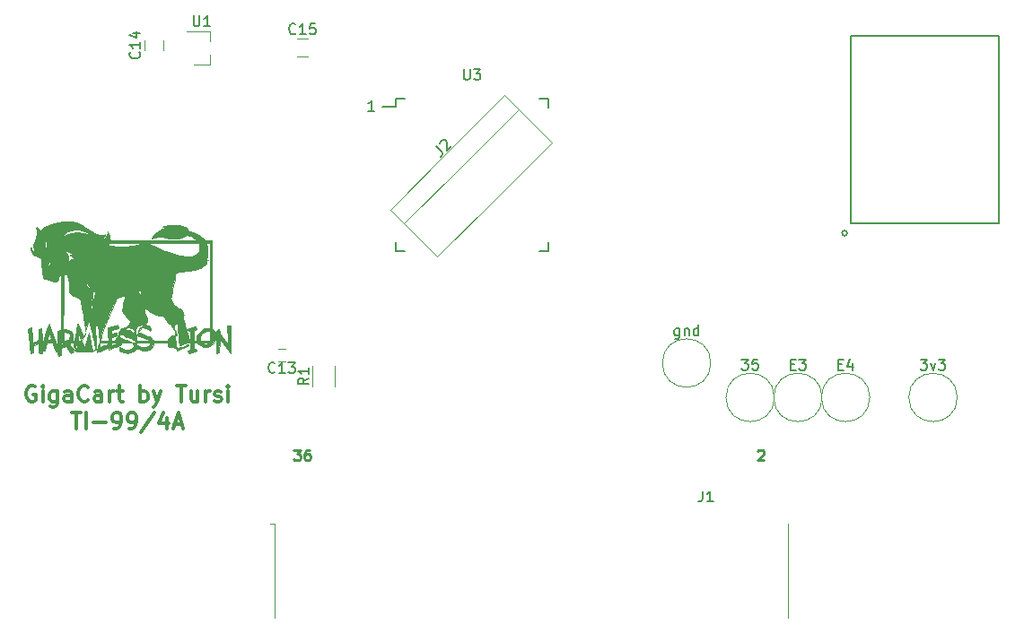
<source format=gto>
G04 #@! TF.FileFunction,Legend,Top*
%FSLAX46Y46*%
G04 Gerber Fmt 4.6, Leading zero omitted, Abs format (unit mm)*
G04 Created by KiCad (PCBNEW 4.0.7) date 02/07/19 17:37:47*
%MOMM*%
%LPD*%
G01*
G04 APERTURE LIST*
%ADD10C,0.100000*%
%ADD11C,0.250000*%
%ADD12C,0.200000*%
%ADD13C,0.300000*%
%ADD14C,0.120000*%
%ADD15C,0.127000*%
%ADD16C,0.150000*%
%ADD17C,0.010000*%
G04 APERTURE END LIST*
D10*
D11*
X120190476Y-118952381D02*
X120809524Y-118952381D01*
X120476190Y-119333333D01*
X120619048Y-119333333D01*
X120714286Y-119380952D01*
X120761905Y-119428571D01*
X120809524Y-119523810D01*
X120809524Y-119761905D01*
X120761905Y-119857143D01*
X120714286Y-119904762D01*
X120619048Y-119952381D01*
X120333333Y-119952381D01*
X120238095Y-119904762D01*
X120190476Y-119857143D01*
X121666667Y-118952381D02*
X121476190Y-118952381D01*
X121380952Y-119000000D01*
X121333333Y-119047619D01*
X121238095Y-119190476D01*
X121190476Y-119380952D01*
X121190476Y-119761905D01*
X121238095Y-119857143D01*
X121285714Y-119904762D01*
X121380952Y-119952381D01*
X121571429Y-119952381D01*
X121666667Y-119904762D01*
X121714286Y-119857143D01*
X121761905Y-119761905D01*
X121761905Y-119523810D01*
X121714286Y-119428571D01*
X121666667Y-119380952D01*
X121571429Y-119333333D01*
X121380952Y-119333333D01*
X121285714Y-119380952D01*
X121238095Y-119428571D01*
X121190476Y-119523810D01*
X163964286Y-119047619D02*
X164011905Y-119000000D01*
X164107143Y-118952381D01*
X164345239Y-118952381D01*
X164440477Y-119000000D01*
X164488096Y-119047619D01*
X164535715Y-119142857D01*
X164535715Y-119238095D01*
X164488096Y-119380952D01*
X163916667Y-119952381D01*
X164535715Y-119952381D01*
D12*
X127785715Y-86952381D02*
X127214286Y-86952381D01*
X127500000Y-86952381D02*
X127500000Y-85952381D01*
X127404762Y-86095238D01*
X127309524Y-86190476D01*
X127214286Y-86238095D01*
D13*
X95785714Y-112975000D02*
X95642857Y-112903571D01*
X95428571Y-112903571D01*
X95214286Y-112975000D01*
X95071428Y-113117857D01*
X95000000Y-113260714D01*
X94928571Y-113546429D01*
X94928571Y-113760714D01*
X95000000Y-114046429D01*
X95071428Y-114189286D01*
X95214286Y-114332143D01*
X95428571Y-114403571D01*
X95571428Y-114403571D01*
X95785714Y-114332143D01*
X95857143Y-114260714D01*
X95857143Y-113760714D01*
X95571428Y-113760714D01*
X96500000Y-114403571D02*
X96500000Y-113403571D01*
X96500000Y-112903571D02*
X96428571Y-112975000D01*
X96500000Y-113046429D01*
X96571428Y-112975000D01*
X96500000Y-112903571D01*
X96500000Y-113046429D01*
X97857143Y-113403571D02*
X97857143Y-114617857D01*
X97785714Y-114760714D01*
X97714286Y-114832143D01*
X97571429Y-114903571D01*
X97357143Y-114903571D01*
X97214286Y-114832143D01*
X97857143Y-114332143D02*
X97714286Y-114403571D01*
X97428572Y-114403571D01*
X97285714Y-114332143D01*
X97214286Y-114260714D01*
X97142857Y-114117857D01*
X97142857Y-113689286D01*
X97214286Y-113546429D01*
X97285714Y-113475000D01*
X97428572Y-113403571D01*
X97714286Y-113403571D01*
X97857143Y-113475000D01*
X99214286Y-114403571D02*
X99214286Y-113617857D01*
X99142857Y-113475000D01*
X99000000Y-113403571D01*
X98714286Y-113403571D01*
X98571429Y-113475000D01*
X99214286Y-114332143D02*
X99071429Y-114403571D01*
X98714286Y-114403571D01*
X98571429Y-114332143D01*
X98500000Y-114189286D01*
X98500000Y-114046429D01*
X98571429Y-113903571D01*
X98714286Y-113832143D01*
X99071429Y-113832143D01*
X99214286Y-113760714D01*
X100785715Y-114260714D02*
X100714286Y-114332143D01*
X100500000Y-114403571D01*
X100357143Y-114403571D01*
X100142858Y-114332143D01*
X100000000Y-114189286D01*
X99928572Y-114046429D01*
X99857143Y-113760714D01*
X99857143Y-113546429D01*
X99928572Y-113260714D01*
X100000000Y-113117857D01*
X100142858Y-112975000D01*
X100357143Y-112903571D01*
X100500000Y-112903571D01*
X100714286Y-112975000D01*
X100785715Y-113046429D01*
X102071429Y-114403571D02*
X102071429Y-113617857D01*
X102000000Y-113475000D01*
X101857143Y-113403571D01*
X101571429Y-113403571D01*
X101428572Y-113475000D01*
X102071429Y-114332143D02*
X101928572Y-114403571D01*
X101571429Y-114403571D01*
X101428572Y-114332143D01*
X101357143Y-114189286D01*
X101357143Y-114046429D01*
X101428572Y-113903571D01*
X101571429Y-113832143D01*
X101928572Y-113832143D01*
X102071429Y-113760714D01*
X102785715Y-114403571D02*
X102785715Y-113403571D01*
X102785715Y-113689286D02*
X102857143Y-113546429D01*
X102928572Y-113475000D01*
X103071429Y-113403571D01*
X103214286Y-113403571D01*
X103500000Y-113403571D02*
X104071429Y-113403571D01*
X103714286Y-112903571D02*
X103714286Y-114189286D01*
X103785714Y-114332143D01*
X103928572Y-114403571D01*
X104071429Y-114403571D01*
X105714286Y-114403571D02*
X105714286Y-112903571D01*
X105714286Y-113475000D02*
X105857143Y-113403571D01*
X106142857Y-113403571D01*
X106285714Y-113475000D01*
X106357143Y-113546429D01*
X106428572Y-113689286D01*
X106428572Y-114117857D01*
X106357143Y-114260714D01*
X106285714Y-114332143D01*
X106142857Y-114403571D01*
X105857143Y-114403571D01*
X105714286Y-114332143D01*
X106928572Y-113403571D02*
X107285715Y-114403571D01*
X107642857Y-113403571D02*
X107285715Y-114403571D01*
X107142857Y-114760714D01*
X107071429Y-114832143D01*
X106928572Y-114903571D01*
X109142857Y-112903571D02*
X110000000Y-112903571D01*
X109571429Y-114403571D02*
X109571429Y-112903571D01*
X111142857Y-113403571D02*
X111142857Y-114403571D01*
X110500000Y-113403571D02*
X110500000Y-114189286D01*
X110571428Y-114332143D01*
X110714286Y-114403571D01*
X110928571Y-114403571D01*
X111071428Y-114332143D01*
X111142857Y-114260714D01*
X111857143Y-114403571D02*
X111857143Y-113403571D01*
X111857143Y-113689286D02*
X111928571Y-113546429D01*
X112000000Y-113475000D01*
X112142857Y-113403571D01*
X112285714Y-113403571D01*
X112714285Y-114332143D02*
X112857142Y-114403571D01*
X113142857Y-114403571D01*
X113285714Y-114332143D01*
X113357142Y-114189286D01*
X113357142Y-114117857D01*
X113285714Y-113975000D01*
X113142857Y-113903571D01*
X112928571Y-113903571D01*
X112785714Y-113832143D01*
X112714285Y-113689286D01*
X112714285Y-113617857D01*
X112785714Y-113475000D01*
X112928571Y-113403571D01*
X113142857Y-113403571D01*
X113285714Y-113475000D01*
X114000000Y-114403571D02*
X114000000Y-113403571D01*
X114000000Y-112903571D02*
X113928571Y-112975000D01*
X114000000Y-113046429D01*
X114071428Y-112975000D01*
X114000000Y-112903571D01*
X114000000Y-113046429D01*
X99214286Y-115453571D02*
X100071429Y-115453571D01*
X99642858Y-116953571D02*
X99642858Y-115453571D01*
X100571429Y-116953571D02*
X100571429Y-115453571D01*
X101285715Y-116382143D02*
X102428572Y-116382143D01*
X103214286Y-116953571D02*
X103500001Y-116953571D01*
X103642858Y-116882143D01*
X103714286Y-116810714D01*
X103857144Y-116596429D01*
X103928572Y-116310714D01*
X103928572Y-115739286D01*
X103857144Y-115596429D01*
X103785715Y-115525000D01*
X103642858Y-115453571D01*
X103357144Y-115453571D01*
X103214286Y-115525000D01*
X103142858Y-115596429D01*
X103071429Y-115739286D01*
X103071429Y-116096429D01*
X103142858Y-116239286D01*
X103214286Y-116310714D01*
X103357144Y-116382143D01*
X103642858Y-116382143D01*
X103785715Y-116310714D01*
X103857144Y-116239286D01*
X103928572Y-116096429D01*
X104642857Y-116953571D02*
X104928572Y-116953571D01*
X105071429Y-116882143D01*
X105142857Y-116810714D01*
X105285715Y-116596429D01*
X105357143Y-116310714D01*
X105357143Y-115739286D01*
X105285715Y-115596429D01*
X105214286Y-115525000D01*
X105071429Y-115453571D01*
X104785715Y-115453571D01*
X104642857Y-115525000D01*
X104571429Y-115596429D01*
X104500000Y-115739286D01*
X104500000Y-116096429D01*
X104571429Y-116239286D01*
X104642857Y-116310714D01*
X104785715Y-116382143D01*
X105071429Y-116382143D01*
X105214286Y-116310714D01*
X105285715Y-116239286D01*
X105357143Y-116096429D01*
X107071428Y-115382143D02*
X105785714Y-117310714D01*
X108214286Y-115953571D02*
X108214286Y-116953571D01*
X107857143Y-115382143D02*
X107500000Y-116453571D01*
X108428572Y-116453571D01*
X108928571Y-116525000D02*
X109642857Y-116525000D01*
X108785714Y-116953571D02*
X109285714Y-115453571D01*
X109785714Y-116953571D01*
D14*
X182786000Y-114000000D02*
G75*
G03X182786000Y-114000000I-2286000J0D01*
G01*
X159536000Y-110750000D02*
G75*
G03X159536000Y-110750000I-2286000J0D01*
G01*
D15*
X172386860Y-98486880D02*
G75*
G03X172386860Y-98486880I-233680J0D01*
G01*
X172755160Y-97595340D02*
X172755160Y-79891540D01*
X172755160Y-79891540D02*
X186750560Y-79891540D01*
X186750560Y-79891540D02*
X186750560Y-97595340D01*
X186750560Y-97595340D02*
X172755160Y-97595340D01*
D14*
X119400000Y-110600000D02*
X118700000Y-110600000D01*
X118700000Y-109400000D02*
X119400000Y-109400000D01*
X106150000Y-80250000D02*
X106150000Y-81250000D01*
X107850000Y-81250000D02*
X107850000Y-80250000D01*
X121500000Y-80150000D02*
X120500000Y-80150000D01*
X120500000Y-81850000D02*
X121500000Y-81850000D01*
X166790000Y-134850000D02*
X166790000Y-125900000D01*
X118390000Y-134850000D02*
X118390000Y-125900000D01*
X118390000Y-125900000D02*
X117990000Y-125900000D01*
X139139555Y-95343502D02*
X144527708Y-89955349D01*
X136000000Y-92203948D02*
X141388154Y-86815795D01*
X134656498Y-90860445D02*
X140044651Y-85472292D01*
X129268344Y-96248599D02*
X133751401Y-100731656D01*
X140044651Y-85472292D02*
X144527708Y-89955349D01*
X136000000Y-92203948D02*
X130611847Y-97592102D01*
X129268344Y-96248599D02*
X134656498Y-90860445D01*
X139139555Y-95343502D02*
X133751401Y-100731656D01*
X124070000Y-111000000D02*
X124070000Y-113000000D01*
X121930000Y-113000000D02*
X121930000Y-111000000D01*
D16*
X129825000Y-85825000D02*
X129825000Y-86550000D01*
X144175000Y-85825000D02*
X144175000Y-86625000D01*
X144175000Y-100175000D02*
X144175000Y-99375000D01*
X129825000Y-100175000D02*
X129825000Y-99375000D01*
X129825000Y-85825000D02*
X130625000Y-85825000D01*
X129825000Y-100175000D02*
X130625000Y-100175000D01*
X144175000Y-100175000D02*
X143375000Y-100175000D01*
X144175000Y-85825000D02*
X143375000Y-85825000D01*
X129825000Y-86550000D02*
X128550000Y-86550000D01*
D14*
X170036000Y-114000000D02*
G75*
G03X170036000Y-114000000I-2286000J0D01*
G01*
X174536000Y-114000000D02*
G75*
G03X174536000Y-114000000I-2286000J0D01*
G01*
X165536000Y-114000000D02*
G75*
G03X165536000Y-114000000I-2286000J0D01*
G01*
X112260000Y-82580000D02*
X112260000Y-81650000D01*
X112260000Y-79420000D02*
X112260000Y-80350000D01*
X112260000Y-79420000D02*
X110100000Y-79420000D01*
X112260000Y-82580000D02*
X110800000Y-82580000D01*
D17*
G36*
X99098472Y-97378395D02*
X99307583Y-97399621D01*
X99514314Y-97434319D01*
X99698887Y-97477728D01*
X99841525Y-97525082D01*
X99922448Y-97571619D01*
X99928000Y-97578177D01*
X99976609Y-97614806D01*
X100070539Y-97668361D01*
X100097333Y-97682093D01*
X100197519Y-97739825D01*
X100341557Y-97832170D01*
X100505252Y-97943371D01*
X100584167Y-97999151D01*
X100923164Y-98221984D01*
X101255877Y-98402334D01*
X101571583Y-98536216D01*
X101859561Y-98619641D01*
X102109088Y-98648622D01*
X102277639Y-98628922D01*
X102371328Y-98612234D01*
X102422411Y-98618300D01*
X102423133Y-98672444D01*
X102375372Y-98759847D01*
X102294867Y-98858599D01*
X102197362Y-98946791D01*
X102174901Y-98962797D01*
X102100549Y-99024682D01*
X102095689Y-99056535D01*
X102149608Y-99055441D01*
X102251591Y-99018485D01*
X102297431Y-98996139D01*
X102457377Y-98867659D01*
X102576083Y-98675420D01*
X102624551Y-98529833D01*
X102665825Y-98360500D01*
X102737830Y-98593333D01*
X102784299Y-98761867D01*
X102822320Y-98931355D01*
X102835171Y-99006083D01*
X102860508Y-99186000D01*
X111076425Y-99186000D01*
X110973796Y-99074600D01*
X110851938Y-98975669D01*
X110676704Y-98873595D01*
X110477589Y-98782570D01*
X110284091Y-98716786D01*
X110186635Y-98695874D01*
X110068637Y-98686413D01*
X109969945Y-98706359D01*
X109854786Y-98765412D01*
X109797094Y-98801517D01*
X109573642Y-98911310D01*
X109305137Y-98992775D01*
X109027405Y-99037849D01*
X108776272Y-99038473D01*
X108755235Y-99035946D01*
X108613495Y-99013785D01*
X108423692Y-98979778D01*
X108220466Y-98940216D01*
X108161833Y-98928158D01*
X107730797Y-98862009D01*
X107356899Y-98855158D01*
X107041619Y-98907604D01*
X106978457Y-98927736D01*
X106749696Y-99008139D01*
X106878887Y-98798177D01*
X107045091Y-98590554D01*
X107272382Y-98393098D01*
X107537309Y-98220614D01*
X107816421Y-98087908D01*
X108086266Y-98009787D01*
X108140667Y-98001565D01*
X108373500Y-97972979D01*
X108246500Y-97919637D01*
X108121417Y-97890047D01*
X107970731Y-97883637D01*
X107935902Y-97886363D01*
X107815412Y-97895282D01*
X107769164Y-97889133D01*
X107788733Y-97871157D01*
X107865699Y-97844593D01*
X107991637Y-97812683D01*
X108158126Y-97778666D01*
X108263613Y-97760285D01*
X108491686Y-97726846D01*
X108681755Y-97711014D01*
X108871044Y-97711732D01*
X109096779Y-97727945D01*
X109166955Y-97734659D01*
X109412439Y-97763728D01*
X109591759Y-97800360D01*
X109723413Y-97853085D01*
X109825897Y-97930432D01*
X109917710Y-98040931D01*
X109957495Y-98099213D01*
X110034697Y-98202889D01*
X110075037Y-98232336D01*
X110072708Y-98192092D01*
X110021904Y-98086693D01*
X110006861Y-98060639D01*
X109954220Y-97962092D01*
X109930539Y-97898515D01*
X109931650Y-97888905D01*
X109976962Y-97895995D01*
X110051254Y-97952555D01*
X110134733Y-98038847D01*
X110207608Y-98135135D01*
X110241865Y-98198274D01*
X110308178Y-98305414D01*
X110392721Y-98340176D01*
X110395485Y-98340226D01*
X110570705Y-98369013D01*
X110787125Y-98445301D01*
X111024666Y-98558166D01*
X111263250Y-98696683D01*
X111482799Y-98849927D01*
X111663235Y-99006974D01*
X111707576Y-99054143D01*
X111772879Y-99121835D01*
X111836092Y-99161243D01*
X111922273Y-99179984D01*
X112056483Y-99185670D01*
X112141493Y-99186000D01*
X112458667Y-99186000D01*
X112458667Y-107453386D01*
X112649167Y-107657046D01*
X112754096Y-107763098D01*
X112814662Y-107807341D01*
X112838521Y-107794770D01*
X112839667Y-107781306D01*
X112872381Y-107718094D01*
X112951386Y-107639123D01*
X113047973Y-107567924D01*
X113133432Y-107528025D01*
X113151580Y-107525667D01*
X113167275Y-107563653D01*
X113177155Y-107660284D01*
X113178830Y-107726750D01*
X113182363Y-107810856D01*
X113197935Y-107886064D01*
X113233702Y-107967249D01*
X113297817Y-108069288D01*
X113398434Y-108207059D01*
X113543707Y-108395438D01*
X113549247Y-108402548D01*
X113684244Y-108572743D01*
X113802500Y-108716132D01*
X113893721Y-108820662D01*
X113947617Y-108874279D01*
X113955924Y-108878798D01*
X113969926Y-108840659D01*
X113975253Y-108737720D01*
X113971252Y-108589463D01*
X113967570Y-108531083D01*
X113955427Y-108331503D01*
X113943733Y-108086570D01*
X113934261Y-107835589D01*
X113930813Y-107716167D01*
X113919167Y-107250500D01*
X114226943Y-107224802D01*
X114256898Y-108338318D01*
X114264482Y-108647329D01*
X114270236Y-108937462D01*
X114273997Y-109195166D01*
X114275605Y-109406893D01*
X114274897Y-109559094D01*
X114272343Y-109631668D01*
X114257833Y-109811502D01*
X113718083Y-109126835D01*
X113178333Y-108442169D01*
X113178333Y-109100813D01*
X113177925Y-109349991D01*
X113175503Y-109527383D01*
X113169276Y-109645869D01*
X113157450Y-109718329D01*
X113138231Y-109757643D01*
X113109828Y-109776693D01*
X113083083Y-109784984D01*
X112993578Y-109808135D01*
X112929222Y-109814871D01*
X112885871Y-109794295D01*
X112859379Y-109735511D01*
X112845604Y-109627622D01*
X112840399Y-109459732D01*
X112839622Y-109220945D01*
X112839633Y-109144917D01*
X112839600Y-108478167D01*
X112750577Y-108658014D01*
X112594052Y-108882691D01*
X112365314Y-109067717D01*
X112249961Y-109132822D01*
X111985045Y-109229140D01*
X111732479Y-109241754D01*
X111492875Y-109170742D01*
X111266847Y-109016183D01*
X111254179Y-109004668D01*
X111126394Y-108900231D01*
X111039475Y-108859262D01*
X111516308Y-108859262D01*
X111519881Y-108880368D01*
X111546008Y-108902846D01*
X111655651Y-108946083D01*
X111809446Y-108961414D01*
X111971638Y-108948921D01*
X112106473Y-108908690D01*
X112120000Y-108901500D01*
X112163430Y-108873028D01*
X112165157Y-108855194D01*
X112113985Y-108845531D01*
X111998720Y-108841571D01*
X111844833Y-108840846D01*
X111666737Y-108842001D01*
X111561244Y-108847306D01*
X111516308Y-108859262D01*
X111039475Y-108859262D01*
X111019027Y-108849624D01*
X110919349Y-108838000D01*
X110765333Y-108838000D01*
X110765333Y-109425439D01*
X110881750Y-109417470D01*
X110964263Y-109422643D01*
X110994683Y-109470772D01*
X110998167Y-109535576D01*
X110994198Y-109598802D01*
X110971111Y-109641573D01*
X110912131Y-109674104D01*
X110800482Y-109706610D01*
X110664223Y-109738939D01*
X110501762Y-109772789D01*
X110368413Y-109793697D01*
X110287643Y-109798179D01*
X110278240Y-109796258D01*
X110231504Y-109743381D01*
X110205684Y-109668968D01*
X110204729Y-109587524D01*
X110258670Y-109547379D01*
X110301797Y-109536032D01*
X110356760Y-109520881D01*
X110391743Y-109493281D01*
X110412223Y-109436005D01*
X110423677Y-109331829D01*
X110431581Y-109163528D01*
X110433130Y-109122989D01*
X110437939Y-108911124D01*
X110438332Y-108816833D01*
X112247000Y-108816833D01*
X112268167Y-108838000D01*
X112289333Y-108816833D01*
X112268167Y-108795667D01*
X112247000Y-108816833D01*
X110438332Y-108816833D01*
X110439013Y-108653566D01*
X110436368Y-108389205D01*
X110432791Y-108236448D01*
X110425744Y-108024596D01*
X110417655Y-107883168D01*
X110405341Y-107797946D01*
X110385616Y-107754714D01*
X110355294Y-107739256D01*
X110320964Y-107737333D01*
X110237033Y-107708573D01*
X110195968Y-107624932D01*
X110190854Y-107523907D01*
X110217424Y-107481835D01*
X110279263Y-107458982D01*
X110394422Y-107427708D01*
X110539637Y-107393089D01*
X110691642Y-107360205D01*
X110827172Y-107334134D01*
X110922963Y-107319954D01*
X110955504Y-107320727D01*
X110970306Y-107369099D01*
X110984371Y-107462482D01*
X110983698Y-107553572D01*
X110939681Y-107592183D01*
X110881750Y-107602562D01*
X110765333Y-107615957D01*
X110765333Y-108626333D01*
X110892333Y-108626333D01*
X110982501Y-108615582D01*
X111015685Y-108566633D01*
X111019333Y-108507017D01*
X111027370Y-108452180D01*
X111315667Y-108452180D01*
X111315667Y-108626333D01*
X112247000Y-108626333D01*
X112247000Y-108224167D01*
X112461513Y-108224167D01*
X112462597Y-108401683D01*
X112467319Y-108505736D01*
X112478145Y-108547521D01*
X112497545Y-108538232D01*
X112522167Y-108499333D01*
X112560356Y-108390376D01*
X112582269Y-108246722D01*
X112584166Y-108200508D01*
X112571694Y-108063231D01*
X112538577Y-107951087D01*
X112523513Y-107925341D01*
X112494198Y-107894099D01*
X112475848Y-107902621D01*
X112465963Y-107962954D01*
X112462044Y-108087144D01*
X112461513Y-108224167D01*
X112247000Y-108224167D01*
X112247000Y-107800833D01*
X112416333Y-107800833D01*
X112437500Y-107822000D01*
X112458667Y-107800833D01*
X112437500Y-107779667D01*
X112416333Y-107800833D01*
X112247000Y-107800833D01*
X112247000Y-107684228D01*
X112036099Y-107704493D01*
X111802967Y-107764402D01*
X111600458Y-107887582D01*
X111442595Y-108059482D01*
X111343399Y-108265548D01*
X111315667Y-108452180D01*
X111027370Y-108452180D01*
X111058827Y-108237568D01*
X111168826Y-107986798D01*
X111336605Y-107767883D01*
X111549438Y-107594001D01*
X111794602Y-107478326D01*
X112055468Y-107434107D01*
X112247000Y-107430262D01*
X112247000Y-99397667D01*
X112098833Y-99397667D01*
X112000849Y-99404012D01*
X111951928Y-99419613D01*
X111950667Y-99422901D01*
X111961618Y-99474192D01*
X111989953Y-99580823D01*
X112019449Y-99684739D01*
X112053731Y-99859217D01*
X112071213Y-100071610D01*
X112072712Y-100298633D01*
X112059046Y-100517000D01*
X112031032Y-100703424D01*
X111989487Y-100834621D01*
X111978399Y-100854086D01*
X111922244Y-100948261D01*
X111921687Y-100992685D01*
X111982380Y-101005970D01*
X112024750Y-101006734D01*
X112087772Y-101010046D01*
X112095046Y-101026512D01*
X112040102Y-101066845D01*
X111958333Y-101116706D01*
X111859117Y-101183193D01*
X111804106Y-101234157D01*
X111800289Y-101251066D01*
X111846253Y-101247755D01*
X111875172Y-101225761D01*
X111947680Y-101172169D01*
X111985352Y-101180679D01*
X111987649Y-101235984D01*
X111954030Y-101322778D01*
X111883957Y-101425753D01*
X111882293Y-101427737D01*
X111736930Y-101573457D01*
X111560157Y-101697542D01*
X111343563Y-101802656D01*
X111078736Y-101891463D01*
X110757265Y-101966624D01*
X110370737Y-102030803D01*
X109910740Y-102086663D01*
X109749333Y-102102956D01*
X109482137Y-102132116D01*
X109288527Y-102162760D01*
X109157462Y-102199071D01*
X109077905Y-102245229D01*
X109038816Y-102305415D01*
X109029110Y-102375724D01*
X109024669Y-102447581D01*
X109010760Y-102551037D01*
X108985775Y-102694137D01*
X108948104Y-102884929D01*
X108896139Y-103131461D01*
X108828270Y-103441778D01*
X108742887Y-103823929D01*
X108712764Y-103957561D01*
X108557783Y-104643955D01*
X108712551Y-104938479D01*
X108840195Y-105147367D01*
X108984880Y-105328926D01*
X109133066Y-105469807D01*
X109271214Y-105556664D01*
X109361632Y-105578333D01*
X109501409Y-105606303D01*
X109612558Y-105696253D01*
X109704092Y-105857238D01*
X109743629Y-105962170D01*
X109790261Y-106115020D01*
X109805071Y-106213765D01*
X109790560Y-106281701D01*
X109779985Y-106300973D01*
X109763997Y-106392741D01*
X109782355Y-106561593D01*
X109835002Y-106807257D01*
X109921877Y-107129455D01*
X110042921Y-107527915D01*
X110049355Y-107548216D01*
X110116949Y-107769739D01*
X110186492Y-108011594D01*
X110245002Y-108228357D01*
X110254911Y-108267395D01*
X110298840Y-108424847D01*
X110341517Y-108546863D01*
X110375473Y-108612935D01*
X110382871Y-108618790D01*
X110424343Y-108668612D01*
X110423263Y-108749442D01*
X110386032Y-108823210D01*
X110344030Y-108849735D01*
X110270207Y-108847049D01*
X110245251Y-108822922D01*
X110198752Y-108813915D01*
X110080281Y-108843524D01*
X109892793Y-108910937D01*
X109819587Y-108940004D01*
X109649052Y-109006737D01*
X109509779Y-109057113D01*
X109418847Y-109085206D01*
X109392689Y-109088133D01*
X109384299Y-109042869D01*
X109370027Y-108925026D01*
X109351087Y-108746395D01*
X109328694Y-108518764D01*
X109304062Y-108253924D01*
X109286578Y-108057744D01*
X109261270Y-107774532D01*
X109237635Y-107520711D01*
X109216841Y-107308013D01*
X109200062Y-107148172D01*
X109188466Y-107052921D01*
X109184119Y-107031007D01*
X109139350Y-107034219D01*
X109047778Y-107060135D01*
X109033041Y-107065167D01*
X108956490Y-107095615D01*
X108916883Y-107134444D01*
X108904156Y-107205767D01*
X108908246Y-107333696D01*
X108909760Y-107360530D01*
X108923833Y-107608011D01*
X108818000Y-107472068D01*
X108727897Y-107364731D01*
X108608876Y-107233452D01*
X108527286Y-107148205D01*
X108329535Y-106934509D01*
X108162023Y-106728571D01*
X108036626Y-106546070D01*
X107967456Y-106409053D01*
X107916212Y-106267340D01*
X107560080Y-106242207D01*
X107237528Y-106196753D01*
X106959954Y-106102590D01*
X106698949Y-105947964D01*
X106534530Y-105817899D01*
X106406651Y-105719359D01*
X106290435Y-105648648D01*
X106210507Y-105620689D01*
X106209041Y-105620667D01*
X106145860Y-105634665D01*
X106109548Y-105691228D01*
X106086989Y-105800583D01*
X106091036Y-106031451D01*
X106172455Y-106236008D01*
X106242022Y-106325658D01*
X106321297Y-106453499D01*
X106368946Y-106614411D01*
X106375701Y-106769149D01*
X106361297Y-106830769D01*
X106299169Y-106916245D01*
X106197213Y-106994189D01*
X106184838Y-107000893D01*
X106112491Y-107037975D01*
X106081056Y-107063519D01*
X106099649Y-107088223D01*
X106177389Y-107122788D01*
X106323392Y-107177914D01*
X106341500Y-107184743D01*
X106457528Y-107243823D01*
X106584952Y-107329719D01*
X106611703Y-107350941D01*
X106698770Y-107426961D01*
X106728923Y-107478503D01*
X106711116Y-107534289D01*
X106682847Y-107579135D01*
X106610787Y-107689111D01*
X106426405Y-107559147D01*
X106204525Y-107444913D01*
X106028688Y-107408683D01*
X105815352Y-107388184D01*
X105676259Y-107612775D01*
X105600360Y-107733077D01*
X105557391Y-107788551D01*
X105536113Y-107786605D01*
X105525293Y-107734645D01*
X105522814Y-107713931D01*
X105532709Y-107605663D01*
X105604559Y-107519038D01*
X105622405Y-107505165D01*
X105738933Y-107409559D01*
X105847628Y-107306443D01*
X105934046Y-107211587D01*
X105983745Y-107140763D01*
X105984127Y-107110209D01*
X105923124Y-107114064D01*
X105808992Y-107138741D01*
X105696756Y-107169968D01*
X105559743Y-107207855D01*
X105454048Y-107230351D01*
X105410167Y-107233188D01*
X105390363Y-107242784D01*
X105398403Y-107252847D01*
X105393680Y-107301145D01*
X105343962Y-107383184D01*
X105324319Y-107407790D01*
X105237438Y-107573757D01*
X105224277Y-107768208D01*
X105268836Y-107935661D01*
X105301511Y-108031070D01*
X105310120Y-108089730D01*
X105329592Y-108104662D01*
X105349512Y-108095408D01*
X105373516Y-108104928D01*
X105379692Y-108179988D01*
X105368619Y-108328951D01*
X105366796Y-108346261D01*
X105336803Y-108626333D01*
X106553167Y-108623691D01*
X106383833Y-108519037D01*
X106260081Y-108455501D01*
X106088632Y-108383744D01*
X105903473Y-108317814D01*
X105875833Y-108309052D01*
X105675015Y-108245209D01*
X105543692Y-108196598D01*
X105470244Y-108154189D01*
X105443050Y-108108951D01*
X105450492Y-108051852D01*
X105472047Y-107995243D01*
X105514411Y-107906656D01*
X105545573Y-107864828D01*
X105547637Y-107864333D01*
X105598894Y-107879705D01*
X105708982Y-107920675D01*
X105858894Y-107979522D01*
X106029625Y-108048526D01*
X106202170Y-108119966D01*
X106357523Y-108186122D01*
X106476679Y-108239274D01*
X106510833Y-108255602D01*
X106673274Y-108350087D01*
X106796033Y-108448736D01*
X106863012Y-108537475D01*
X106870667Y-108570212D01*
X106887525Y-108591532D01*
X106944755Y-108606998D01*
X107052339Y-108617392D01*
X107220259Y-108623498D01*
X107458498Y-108626098D01*
X107586292Y-108626333D01*
X108301918Y-108626333D01*
X108432273Y-108395356D01*
X108534399Y-108233458D01*
X108626476Y-108139569D01*
X108725610Y-108101506D01*
X108839167Y-108105534D01*
X108966167Y-108124932D01*
X108946733Y-107631500D01*
X109051155Y-107843167D01*
X109127581Y-108015681D01*
X109153963Y-108124513D01*
X109130581Y-108174069D01*
X109072000Y-108172933D01*
X109009048Y-108172403D01*
X108988140Y-108230424D01*
X108987333Y-108259902D01*
X108993058Y-108402999D01*
X109008368Y-108579892D01*
X109030469Y-108770680D01*
X109056568Y-108955460D01*
X109083867Y-109114332D01*
X109109574Y-109227392D01*
X109129748Y-109274087D01*
X109193266Y-109287456D01*
X109315593Y-109290946D01*
X109471378Y-109283940D01*
X109486424Y-109282753D01*
X109660122Y-109263720D01*
X109784500Y-109232433D01*
X109894905Y-109176023D01*
X110015591Y-109090059D01*
X110133960Y-109002571D01*
X110201839Y-108962561D01*
X110234941Y-108964730D01*
X110248980Y-109003778D01*
X110250170Y-109010944D01*
X110254761Y-109089061D01*
X110247881Y-109115563D01*
X110204975Y-109136789D01*
X110098241Y-109183965D01*
X109942157Y-109250840D01*
X109751201Y-109331163D01*
X109676948Y-109362069D01*
X109122308Y-109592282D01*
X109069474Y-109310654D01*
X108742654Y-109280815D01*
X108535577Y-109258234D01*
X108398844Y-109230082D01*
X108318174Y-109188093D01*
X108279286Y-109123999D01*
X108267900Y-109029534D01*
X108267667Y-109005844D01*
X108267667Y-108838000D01*
X106956334Y-108838000D01*
X106928151Y-109017917D01*
X106857188Y-109213420D01*
X106717811Y-109371768D01*
X106520829Y-109485685D01*
X106277046Y-109547893D01*
X106126933Y-109557430D01*
X105960747Y-109541493D01*
X105764196Y-109499684D01*
X105573115Y-109441579D01*
X105423337Y-109376751D01*
X105400858Y-109363417D01*
X105335180Y-109326091D01*
X105322153Y-109339018D01*
X105331222Y-109366812D01*
X105317494Y-109437538D01*
X105245724Y-109538130D01*
X105212312Y-109573488D01*
X105021428Y-109706792D01*
X104783456Y-109781096D01*
X104512704Y-109795702D01*
X104223479Y-109749913D01*
X103930087Y-109643031D01*
X103916762Y-109636651D01*
X103779875Y-109558748D01*
X103712209Y-109482211D01*
X103700935Y-109387530D01*
X103712683Y-109326296D01*
X103738831Y-109222115D01*
X103892389Y-109326323D01*
X104084158Y-109426545D01*
X104287659Y-109482799D01*
X104490994Y-109498865D01*
X104682268Y-109478521D01*
X104849583Y-109425549D01*
X104981042Y-109343726D01*
X105028988Y-109282500D01*
X105219667Y-109282500D01*
X105240833Y-109303667D01*
X105262000Y-109282500D01*
X105240833Y-109261333D01*
X105219667Y-109282500D01*
X105028988Y-109282500D01*
X105064749Y-109236834D01*
X105087958Y-109113167D01*
X105227919Y-109113167D01*
X105232495Y-109185464D01*
X105245747Y-109191830D01*
X105247434Y-109188056D01*
X105255809Y-109104016D01*
X105249003Y-109061056D01*
X105235528Y-109043792D01*
X105228199Y-109100020D01*
X105227919Y-109113167D01*
X105087958Y-109113167D01*
X105088806Y-109108652D01*
X105041318Y-108962959D01*
X105040518Y-108961559D01*
X104969604Y-108838000D01*
X105158135Y-108838000D01*
X105281512Y-108845934D01*
X105337977Y-108873609D01*
X105346667Y-108903998D01*
X105324722Y-108947193D01*
X105293750Y-108938205D01*
X105266123Y-108929994D01*
X105297230Y-108975988D01*
X105411770Y-109071496D01*
X105580057Y-109158757D01*
X105771279Y-109225311D01*
X105954621Y-109258697D01*
X106000562Y-109260403D01*
X106117238Y-109248438D01*
X106256746Y-109218394D01*
X106394758Y-109177787D01*
X106506941Y-109134129D01*
X106568967Y-109094935D01*
X106574333Y-109083207D01*
X106584748Y-109037927D01*
X106609888Y-108946531D01*
X106610743Y-108943554D01*
X106647152Y-108816833D01*
X106001235Y-108829444D01*
X105355319Y-108842054D01*
X105265226Y-108715531D01*
X105242138Y-108689833D01*
X106574333Y-108689833D01*
X106595500Y-108711000D01*
X106616667Y-108689833D01*
X106595500Y-108668667D01*
X106574333Y-108689833D01*
X105242138Y-108689833D01*
X105181980Y-108622875D01*
X105098709Y-108565130D01*
X105090952Y-108562289D01*
X105033587Y-108525836D01*
X105030750Y-108496770D01*
X105020078Y-108476892D01*
X104982087Y-108485845D01*
X104932819Y-108494086D01*
X104944096Y-108457653D01*
X104955687Y-108421198D01*
X104935480Y-108428326D01*
X104878290Y-108425456D01*
X104764323Y-108394626D01*
X104613591Y-108343536D01*
X104446107Y-108279886D01*
X104281884Y-108211378D01*
X104140935Y-108145711D01*
X104043272Y-108090586D01*
X104027444Y-108078934D01*
X103940335Y-108029502D01*
X103846290Y-108038557D01*
X103815395Y-108049370D01*
X103719009Y-108104713D01*
X103705095Y-108171928D01*
X103772299Y-108259139D01*
X103779335Y-108265596D01*
X103835094Y-108331157D01*
X103844697Y-108370935D01*
X103859327Y-108401805D01*
X103877445Y-108406240D01*
X103958093Y-108425741D01*
X104094562Y-108468729D01*
X104264154Y-108527015D01*
X104444171Y-108592416D01*
X104611913Y-108656744D01*
X104744682Y-108711814D01*
X104805536Y-108740949D01*
X104944500Y-108816833D01*
X104418673Y-108828778D01*
X104174049Y-108831435D01*
X104005210Y-108826038D01*
X103903602Y-108811979D01*
X103860959Y-108789129D01*
X103814743Y-108758924D01*
X103730827Y-108784803D01*
X103730620Y-108784903D01*
X103632167Y-108832270D01*
X103745730Y-108835135D01*
X103849793Y-108867746D01*
X103887179Y-108925857D01*
X103903638Y-109000279D01*
X103900615Y-109025275D01*
X103858415Y-109044624D01*
X103752058Y-109090064D01*
X103595744Y-109155616D01*
X103403674Y-109235300D01*
X103314667Y-109271992D01*
X102743167Y-109507147D01*
X102729771Y-109405407D01*
X102716235Y-109327882D01*
X102706976Y-109303667D01*
X102666765Y-109319181D01*
X102563545Y-109361594D01*
X102412236Y-109424712D01*
X102227762Y-109502342D01*
X102197023Y-109515333D01*
X102005702Y-109595059D01*
X101842023Y-109661059D01*
X101721986Y-109707039D01*
X101661591Y-109726704D01*
X101658901Y-109727000D01*
X101626540Y-109690324D01*
X101621280Y-109592281D01*
X101640679Y-109450849D01*
X101678078Y-109300910D01*
X102774712Y-109300910D01*
X102780503Y-109303667D01*
X102819136Y-109273865D01*
X102827833Y-109261333D01*
X102838621Y-109221756D01*
X102832830Y-109219000D01*
X102794197Y-109248802D01*
X102785500Y-109261333D01*
X102774712Y-109300910D01*
X101678078Y-109300910D01*
X101682295Y-109284007D01*
X101742284Y-109113167D01*
X101795405Y-108982704D01*
X101875333Y-108982704D01*
X101881633Y-109132730D01*
X101910562Y-109209629D01*
X101977162Y-109224600D01*
X102096476Y-109188843D01*
X102133061Y-109174579D01*
X102306543Y-109105684D01*
X102492365Y-109031890D01*
X102549944Y-109009024D01*
X102758888Y-108926048D01*
X102777012Y-109019607D01*
X102790451Y-109075956D01*
X102797579Y-109053714D01*
X102800901Y-109001687D01*
X102795900Y-108948422D01*
X102976000Y-108948422D01*
X102987009Y-109026698D01*
X103036060Y-109041853D01*
X103076483Y-109033625D01*
X103176716Y-109000980D01*
X103309954Y-108948708D01*
X103362233Y-108926193D01*
X103547500Y-108843980D01*
X103261750Y-108840990D01*
X103110425Y-108840929D01*
X103024953Y-108849444D01*
X102986534Y-108873605D01*
X102976367Y-108920480D01*
X102976000Y-108948422D01*
X102795900Y-108948422D01*
X102794681Y-108935440D01*
X102759605Y-108889758D01*
X102683115Y-108860952D01*
X102552655Y-108845333D01*
X102355665Y-108839212D01*
X102245750Y-108838578D01*
X101875333Y-108838000D01*
X101875333Y-108982704D01*
X101795405Y-108982704D01*
X101862945Y-108816833D01*
X101843747Y-108593300D01*
X101917667Y-108593300D01*
X101956845Y-108607844D01*
X102061791Y-108619122D01*
X102213622Y-108625496D01*
X102298817Y-108626333D01*
X102679967Y-108626333D01*
X102652297Y-108017369D01*
X102642100Y-107778652D01*
X102637583Y-107611122D01*
X102639858Y-107501423D01*
X102650038Y-107436198D01*
X102669235Y-107402091D01*
X102698560Y-107385746D01*
X102705063Y-107383640D01*
X102817724Y-107350916D01*
X102968253Y-107309773D01*
X103136761Y-107265307D01*
X103303360Y-107222613D01*
X103448161Y-107186788D01*
X103551277Y-107162927D01*
X103592819Y-107156127D01*
X103592863Y-107156169D01*
X103606463Y-107199707D01*
X103628062Y-107291818D01*
X103629150Y-107296881D01*
X103657190Y-107427930D01*
X103295428Y-107525148D01*
X102933667Y-107622367D01*
X102933667Y-107806850D01*
X102940166Y-107918262D01*
X102956554Y-107983643D01*
X102965417Y-107990875D01*
X103021211Y-107979198D01*
X103128848Y-107949865D01*
X103204978Y-107927375D01*
X103353533Y-107884433D01*
X103437850Y-107872264D01*
X103474508Y-107896396D01*
X103480085Y-107962357D01*
X103475972Y-108017739D01*
X103464555Y-108101151D01*
X103435249Y-108154834D01*
X103368842Y-108194871D01*
X103246122Y-108237345D01*
X103194725Y-108253190D01*
X103045704Y-108304233D01*
X102967648Y-108346845D01*
X102948339Y-108388375D01*
X102951308Y-108399580D01*
X102972934Y-108498070D01*
X102976000Y-108545129D01*
X102991277Y-108598249D01*
X103051502Y-108621845D01*
X103147493Y-108626333D01*
X103261497Y-108618798D01*
X103325919Y-108580689D01*
X103375444Y-108488749D01*
X103384264Y-108467583D01*
X103453418Y-108333141D01*
X103536231Y-108214243D01*
X103546099Y-108203000D01*
X103619563Y-108080601D01*
X103664104Y-107924689D01*
X103665692Y-107913089D01*
X103671806Y-107892100D01*
X103949667Y-107892100D01*
X103970551Y-107939852D01*
X104028155Y-107919337D01*
X104114904Y-107834446D01*
X104152534Y-107787936D01*
X104207788Y-107704649D01*
X104222006Y-107657007D01*
X104214801Y-107652667D01*
X104141066Y-107681510D01*
X104052096Y-107749778D01*
X103978227Y-107830073D01*
X103949667Y-107892100D01*
X103671806Y-107892100D01*
X103723070Y-107716133D01*
X103793074Y-107627452D01*
X104288333Y-107627452D01*
X104326121Y-107642709D01*
X104421379Y-107651673D01*
X104472463Y-107652667D01*
X104640864Y-107675977D01*
X104806221Y-107754928D01*
X104842879Y-107778896D01*
X104974326Y-107863612D01*
X105051481Y-107900014D01*
X105086575Y-107892164D01*
X105092667Y-107861835D01*
X105115238Y-107833431D01*
X105126212Y-107837735D01*
X105158227Y-107831312D01*
X105164610Y-107776733D01*
X105147863Y-107705696D01*
X105111456Y-107650693D01*
X105073521Y-107586685D01*
X105078753Y-107552620D01*
X105086017Y-107525323D01*
X105074458Y-107533023D01*
X105022296Y-107531013D01*
X104923288Y-107494833D01*
X104849699Y-107458940D01*
X104674847Y-107380802D01*
X104545000Y-107362296D01*
X104444395Y-107404098D01*
X104375882Y-107479285D01*
X104317691Y-107567423D01*
X104288975Y-107623500D01*
X104288333Y-107627452D01*
X103793074Y-107627452D01*
X103843663Y-107563366D01*
X104033010Y-107449832D01*
X104263965Y-107377739D01*
X104376193Y-107347178D01*
X104455793Y-107304832D01*
X104525230Y-107231660D01*
X104606968Y-107108622D01*
X104634480Y-107063691D01*
X104796531Y-106797174D01*
X104680015Y-106706337D01*
X104404888Y-106467242D01*
X104207933Y-106237356D01*
X104084331Y-106009123D01*
X104029263Y-105774988D01*
X104025327Y-105679929D01*
X104037846Y-105536653D01*
X104069767Y-105340547D01*
X104115568Y-105115510D01*
X104169730Y-104885442D01*
X104226732Y-104674243D01*
X104281053Y-104505813D01*
X104283997Y-104498833D01*
X105812333Y-104498833D01*
X105833500Y-104520000D01*
X105854667Y-104498833D01*
X105833500Y-104477667D01*
X105812333Y-104498833D01*
X104283997Y-104498833D01*
X104315248Y-104424750D01*
X104351104Y-104347291D01*
X104347055Y-104316261D01*
X104292117Y-104329761D01*
X104175310Y-104385897D01*
X104153773Y-104396857D01*
X104012205Y-104455475D01*
X103835150Y-104510871D01*
X103722716Y-104537913D01*
X103580810Y-104569614D01*
X103500340Y-104601731D01*
X103459453Y-104649879D01*
X103436293Y-104729676D01*
X103433097Y-104744861D01*
X103405828Y-104829975D01*
X103348480Y-104977313D01*
X103267069Y-105172516D01*
X103167612Y-105401219D01*
X103056125Y-105649063D01*
X103035570Y-105693889D01*
X102918906Y-105948850D01*
X102808859Y-106191728D01*
X102712454Y-106406833D01*
X102636718Y-106578478D01*
X102588676Y-106690973D01*
X102584939Y-106700167D01*
X102541775Y-106812210D01*
X102480696Y-106977229D01*
X102406513Y-107181569D01*
X102324041Y-107411574D01*
X102238091Y-107653589D01*
X102153477Y-107893960D01*
X102075012Y-108119032D01*
X102007509Y-108315149D01*
X101955780Y-108468657D01*
X101924640Y-108565902D01*
X101917667Y-108593300D01*
X101843747Y-108593300D01*
X101795056Y-108026403D01*
X101772133Y-107776041D01*
X101749206Y-107555075D01*
X101727919Y-107377237D01*
X101709916Y-107256255D01*
X101696843Y-107205859D01*
X101696774Y-107205789D01*
X101641108Y-107199981D01*
X101545482Y-107225864D01*
X101533042Y-107230835D01*
X101455110Y-107268004D01*
X101418820Y-107312777D01*
X101413159Y-107392324D01*
X101423487Y-107501116D01*
X101434748Y-107611113D01*
X101451797Y-107788002D01*
X101472998Y-108014332D01*
X101496717Y-108272655D01*
X101521321Y-108545521D01*
X101521722Y-108550012D01*
X101546868Y-108835258D01*
X101564166Y-109048325D01*
X101573557Y-109201341D01*
X101574985Y-109306434D01*
X101568391Y-109375731D01*
X101553719Y-109421362D01*
X101530911Y-109455453D01*
X101517364Y-109470940D01*
X101425621Y-109538362D01*
X101297269Y-109596049D01*
X101265360Y-109605902D01*
X101147448Y-109625619D01*
X100965881Y-109640827D01*
X100741567Y-109651223D01*
X100495414Y-109656503D01*
X100248329Y-109656364D01*
X100021220Y-109650504D01*
X99834995Y-109638618D01*
X99748083Y-109627901D01*
X99627389Y-109604748D01*
X99568321Y-109573309D01*
X99548856Y-109512195D01*
X99547000Y-109432602D01*
X99529580Y-109301935D01*
X99498865Y-109267041D01*
X99602428Y-109267041D01*
X99604842Y-109283022D01*
X99645389Y-109342813D01*
X99685889Y-109323297D01*
X99721108Y-109229673D01*
X99735657Y-109153034D01*
X99765163Y-109032703D01*
X99806224Y-108952020D01*
X99825130Y-108936838D01*
X99877011Y-108895509D01*
X99879475Y-108851656D01*
X99845118Y-108838000D01*
X99796662Y-108873210D01*
X99733549Y-108960792D01*
X99670394Y-109073672D01*
X99621814Y-109184780D01*
X99602428Y-109267041D01*
X99498865Y-109267041D01*
X99478766Y-109244208D01*
X99437707Y-109210614D01*
X99427064Y-109138627D01*
X99439027Y-109028012D01*
X99467521Y-108838000D01*
X99282894Y-108838000D01*
X99143525Y-108845414D01*
X99065583Y-108873993D01*
X99048069Y-108933236D01*
X99089983Y-109032647D01*
X99190325Y-109181725D01*
X99239730Y-109248281D01*
X99476670Y-109563085D01*
X99181524Y-109858231D01*
X98941948Y-109498228D01*
X98702371Y-109138226D01*
X98255833Y-109336266D01*
X98255833Y-110041970D01*
X97938333Y-110094672D01*
X97931558Y-109752086D01*
X97926755Y-109614217D01*
X97919640Y-109535324D01*
X97911432Y-109525892D01*
X97907709Y-109547083D01*
X97885264Y-109642853D01*
X97853693Y-109690278D01*
X97850984Y-109691017D01*
X97771675Y-109701141D01*
X97767009Y-109701600D01*
X97736880Y-109665622D01*
X97688149Y-109564641D01*
X97627688Y-109414394D01*
X97565925Y-109241191D01*
X97409167Y-108776548D01*
X97176333Y-108788648D01*
X97024923Y-108807150D01*
X96922040Y-108841047D01*
X96897275Y-108860647D01*
X96865708Y-108927476D01*
X96821908Y-109053281D01*
X96773735Y-109214788D01*
X96757726Y-109273818D01*
X96711556Y-109443775D01*
X96676739Y-109547010D01*
X96643634Y-109598828D01*
X96602603Y-109614531D01*
X96546139Y-109609735D01*
X96465359Y-109605065D01*
X96439699Y-109640042D01*
X96447077Y-109723189D01*
X96453545Y-109810701D01*
X96422529Y-109846709D01*
X96331606Y-109853977D01*
X96318242Y-109854000D01*
X96238797Y-109847873D01*
X96183758Y-109820822D01*
X96148669Y-109759844D01*
X96129076Y-109651936D01*
X96123013Y-109532972D01*
X96333009Y-109532972D01*
X96340792Y-109587879D01*
X96355243Y-109588535D01*
X96365349Y-109531876D01*
X96358585Y-109507396D01*
X96339788Y-109491361D01*
X96333009Y-109532972D01*
X96123013Y-109532972D01*
X96120521Y-109484094D01*
X96119261Y-109346000D01*
X96372000Y-109346000D01*
X96387489Y-109380845D01*
X96400222Y-109374222D01*
X96405289Y-109323982D01*
X96400222Y-109317778D01*
X96375055Y-109323589D01*
X96372000Y-109346000D01*
X96119261Y-109346000D01*
X96118578Y-109271307D01*
X96118000Y-108879114D01*
X95858158Y-109010282D01*
X95598317Y-109141450D01*
X95622933Y-109435079D01*
X95647550Y-109728709D01*
X95512358Y-109785247D01*
X95418254Y-109818488D01*
X95371055Y-109810708D01*
X95348183Y-109773809D01*
X95336201Y-109713524D01*
X95318487Y-109581750D01*
X95296486Y-109391360D01*
X95271644Y-109155228D01*
X95245408Y-108886226D01*
X95231199Y-108732167D01*
X95204955Y-108446199D01*
X95179946Y-108181854D01*
X95157550Y-107953071D01*
X95139147Y-107773787D01*
X95126114Y-107657942D01*
X95122046Y-107628189D01*
X95116075Y-107540930D01*
X95149293Y-107492024D01*
X95242192Y-107454565D01*
X95258043Y-107449648D01*
X95360201Y-107421098D01*
X95419575Y-107409849D01*
X95424517Y-107410740D01*
X95431430Y-107453801D01*
X95444622Y-107567011D01*
X95462574Y-107736209D01*
X95483771Y-107947238D01*
X95499897Y-108114063D01*
X95522750Y-108346566D01*
X95543890Y-108547655D01*
X95561705Y-108703047D01*
X95574583Y-108798457D01*
X95579813Y-108821924D01*
X95621180Y-108810792D01*
X95716897Y-108768438D01*
X95846795Y-108703832D01*
X95855495Y-108699309D01*
X96117316Y-108562833D01*
X96117658Y-108064369D01*
X96118367Y-107852469D01*
X96122226Y-107709802D01*
X96132349Y-107620933D01*
X96151852Y-107570427D01*
X96183849Y-107542851D01*
X96226589Y-107524619D01*
X96320726Y-107493787D01*
X96373914Y-107483333D01*
X96386246Y-107523777D01*
X96397948Y-107637552D01*
X96408389Y-107813321D01*
X96416937Y-108039748D01*
X96422959Y-108305497D01*
X96424075Y-108382917D01*
X96435500Y-109282500D01*
X96659658Y-108482454D01*
X96935997Y-108482454D01*
X96943610Y-108524336D01*
X97018138Y-108540362D01*
X97055387Y-108541018D01*
X97170346Y-108530465D01*
X97251866Y-108505864D01*
X97253510Y-108504858D01*
X97278581Y-108471002D01*
X97279004Y-108404560D01*
X97252945Y-108288257D01*
X97217649Y-108166882D01*
X97169814Y-108024922D01*
X97126836Y-107924509D01*
X97096788Y-107883970D01*
X97093267Y-107884511D01*
X97068651Y-107933649D01*
X97037104Y-108041451D01*
X97009737Y-108163923D01*
X96979167Y-108310663D01*
X96951610Y-108428298D01*
X96935997Y-108482454D01*
X96659658Y-108482454D01*
X96752367Y-108151567D01*
X96835575Y-107859060D01*
X96912594Y-107596791D01*
X96980286Y-107374782D01*
X97035510Y-107203054D01*
X97075126Y-107091631D01*
X97095996Y-107050534D01*
X97097187Y-107050900D01*
X97118660Y-107097462D01*
X97164530Y-107212740D01*
X97230640Y-107385741D01*
X97312833Y-107605475D01*
X97406951Y-107860950D01*
X97492917Y-108097153D01*
X97593549Y-108373671D01*
X97685385Y-108623208D01*
X97764343Y-108834902D01*
X97826345Y-108997894D01*
X97867311Y-109101324D01*
X97882566Y-109134319D01*
X97888980Y-109101614D01*
X97892887Y-108997665D01*
X97894146Y-108835861D01*
X97892618Y-108629590D01*
X97889636Y-108457345D01*
X97881705Y-108083280D01*
X98180287Y-108083280D01*
X98180634Y-108238200D01*
X98186244Y-108417409D01*
X98196153Y-108601591D01*
X98209399Y-108771428D01*
X98225020Y-108907606D01*
X98242051Y-108990807D01*
X98253257Y-109007333D01*
X98296420Y-108991615D01*
X98388789Y-108952161D01*
X98430580Y-108933545D01*
X98594500Y-108859757D01*
X98414583Y-108846444D01*
X98234667Y-108833132D01*
X98234667Y-108774500D01*
X99462333Y-108774500D01*
X99483500Y-108795667D01*
X99504667Y-108774500D01*
X99483500Y-108753333D01*
X99462333Y-108774500D01*
X98234667Y-108774500D01*
X98234667Y-108367401D01*
X98231693Y-108182998D01*
X98223624Y-108037181D01*
X98211741Y-107945978D01*
X98199232Y-107923570D01*
X98186165Y-107971964D01*
X98180287Y-108083280D01*
X97881705Y-108083280D01*
X97876165Y-107822000D01*
X98446333Y-107822000D01*
X98446333Y-108630558D01*
X98689750Y-108617862D01*
X98828172Y-108607843D01*
X98910562Y-108584770D01*
X98965457Y-108531591D01*
X99021398Y-108431254D01*
X99029825Y-108414667D01*
X99093772Y-108220911D01*
X99081007Y-108056015D01*
X98997067Y-107928748D01*
X98847489Y-107847880D01*
X98655639Y-107822000D01*
X98446333Y-107822000D01*
X97876165Y-107822000D01*
X97874833Y-107759190D01*
X98234667Y-107634110D01*
X98234667Y-107568000D01*
X98445682Y-107568000D01*
X98647091Y-107568930D01*
X98878143Y-107601101D01*
X99092224Y-107687228D01*
X99260826Y-107814913D01*
X99289839Y-107848431D01*
X99344754Y-107932337D01*
X99369791Y-108022653D01*
X99371478Y-108151241D01*
X99366804Y-108224167D01*
X99351317Y-108373987D01*
X99331104Y-108497102D01*
X99315846Y-108552250D01*
X99308260Y-108607538D01*
X99363993Y-108625742D01*
X99389715Y-108626333D01*
X99428586Y-108626617D01*
X99430012Y-108626333D01*
X99817416Y-108626333D01*
X99983071Y-108626333D01*
X100088138Y-108620868D01*
X100126739Y-108597963D01*
X100118551Y-108552250D01*
X100086078Y-108467025D01*
X100041154Y-108342966D01*
X100025393Y-108298299D01*
X99980792Y-108185452D01*
X99942042Y-108111399D01*
X99930785Y-108098888D01*
X99909153Y-108126784D01*
X99882991Y-108218726D01*
X99858290Y-108352839D01*
X99817416Y-108626333D01*
X99430012Y-108626333D01*
X99458911Y-108620581D01*
X99483790Y-108597895D01*
X99506319Y-108548229D01*
X99529600Y-108461252D01*
X99556729Y-108326635D01*
X99590806Y-108134047D01*
X99634930Y-107873157D01*
X99659558Y-107726750D01*
X99700025Y-107493839D01*
X99737259Y-107293086D01*
X99768549Y-107138073D01*
X99791183Y-107042384D01*
X99801129Y-107017667D01*
X99824698Y-107054385D01*
X99875447Y-107155797D01*
X99947170Y-107308790D01*
X100033663Y-107500250D01*
X100091496Y-107631402D01*
X100190246Y-107849864D01*
X100276756Y-108026868D01*
X100345423Y-108151835D01*
X100390642Y-108214188D01*
X100402662Y-108218607D01*
X100404406Y-108236654D01*
X100367548Y-108309538D01*
X100301117Y-108419788D01*
X100156645Y-108647500D01*
X100273590Y-108943833D01*
X100327543Y-109095575D01*
X100361805Y-109222048D01*
X100369871Y-109298629D01*
X100368646Y-109303667D01*
X100358863Y-109345240D01*
X100388502Y-109323313D01*
X100407631Y-109303667D01*
X100442856Y-109237894D01*
X100490394Y-109109835D01*
X100543303Y-108939650D01*
X100582547Y-108795667D01*
X100666587Y-108472287D01*
X100732842Y-108227022D01*
X100782599Y-108055494D01*
X100817147Y-107953328D01*
X100837773Y-107916147D01*
X100841223Y-107916779D01*
X100854776Y-107961577D01*
X100882139Y-108075567D01*
X100920204Y-108244982D01*
X100965865Y-108456055D01*
X101006715Y-108650168D01*
X101068350Y-108946339D01*
X101115165Y-109169847D01*
X101149588Y-109330917D01*
X101174046Y-109439778D01*
X101190966Y-109506655D01*
X101202775Y-109541778D01*
X101211899Y-109555372D01*
X101220767Y-109557665D01*
X101222075Y-109557667D01*
X101271349Y-109540076D01*
X101361393Y-109497201D01*
X101371590Y-109491965D01*
X101463793Y-109422917D01*
X101477005Y-109354382D01*
X101462179Y-109296450D01*
X101430548Y-109166798D01*
X101384672Y-108976130D01*
X101327112Y-108735148D01*
X101260431Y-108454554D01*
X101187189Y-108145052D01*
X101155908Y-108012500D01*
X101081212Y-107696062D01*
X101012530Y-107405753D01*
X100952327Y-107151944D01*
X100903069Y-106945007D01*
X100867222Y-106795313D01*
X100847252Y-106713233D01*
X100844170Y-106701340D01*
X100829711Y-106724265D01*
X100798576Y-106815698D01*
X100754951Y-106962089D01*
X100703021Y-107149891D01*
X100687224Y-107209340D01*
X100542554Y-107758500D01*
X100509334Y-107504500D01*
X100440843Y-106995106D01*
X100378183Y-106560340D01*
X100319795Y-106190488D01*
X100264124Y-105875832D01*
X100209611Y-105606658D01*
X100193862Y-105536000D01*
X100146814Y-105322769D01*
X100104887Y-105120447D01*
X100073181Y-104954375D01*
X100058380Y-104862958D01*
X100033833Y-104676750D01*
X99702877Y-104537708D01*
X99429152Y-104412536D01*
X99228813Y-104291374D01*
X99092444Y-104160564D01*
X99010630Y-104006446D01*
X98973956Y-103815359D01*
X98973005Y-103573645D01*
X98978458Y-103486752D01*
X98980068Y-103374724D01*
X100563000Y-103374724D01*
X100905573Y-103738414D01*
X101057880Y-103904187D01*
X101156849Y-104023535D01*
X101210662Y-104108205D01*
X101227498Y-104169947D01*
X101224479Y-104196404D01*
X101207350Y-104289748D01*
X101188060Y-104431316D01*
X101175679Y-104542935D01*
X101157535Y-104703145D01*
X101131096Y-104910203D01*
X101101128Y-105127304D01*
X101090914Y-105197333D01*
X101068906Y-105374666D01*
X101049671Y-105583721D01*
X101033753Y-105809712D01*
X101021697Y-106037850D01*
X101014048Y-106253351D01*
X101011351Y-106441428D01*
X101014151Y-106587293D01*
X101022993Y-106676162D01*
X101035690Y-106695826D01*
X101053952Y-106645289D01*
X101066709Y-106535003D01*
X101071000Y-106403503D01*
X101082916Y-106125643D01*
X101116299Y-105791409D01*
X101167597Y-105425315D01*
X101233260Y-105051875D01*
X101309737Y-104695600D01*
X101330956Y-104608799D01*
X101463024Y-104083765D01*
X101431226Y-104053359D01*
X104986833Y-104053359D01*
X105246365Y-104031149D01*
X105391906Y-104021484D01*
X105481698Y-104029258D01*
X105544157Y-104062676D01*
X105607696Y-104129939D01*
X105613857Y-104137241D01*
X105692131Y-104244006D01*
X105745079Y-104340730D01*
X105749773Y-104353628D01*
X105778360Y-104425569D01*
X105792570Y-104423001D01*
X105791909Y-104354936D01*
X105775884Y-104230386D01*
X105761179Y-104145564D01*
X105729899Y-104000180D01*
X105700186Y-103924534D01*
X105664977Y-103904138D01*
X105645823Y-103908976D01*
X105572601Y-103930450D01*
X105443735Y-103960959D01*
X105286807Y-103993985D01*
X105283167Y-103994707D01*
X104986833Y-104053359D01*
X101431226Y-104053359D01*
X101148798Y-103783299D01*
X100895089Y-103508600D01*
X100719242Y-103241944D01*
X100616046Y-102975035D01*
X100602078Y-102912936D01*
X100587002Y-102853111D01*
X100577027Y-102861733D01*
X100570886Y-102944582D01*
X100567868Y-103068945D01*
X100563000Y-103374724D01*
X98980068Y-103374724D01*
X98983930Y-103106088D01*
X98939614Y-102792726D01*
X98845609Y-102547263D01*
X98814939Y-102497441D01*
X98736781Y-102403517D01*
X98656009Y-102369803D01*
X98594500Y-102370441D01*
X98467500Y-102382167D01*
X98456591Y-104975083D01*
X98445682Y-107568000D01*
X98234667Y-107568000D01*
X98234667Y-105056526D01*
X98234511Y-104522866D01*
X98233940Y-104067800D01*
X98232792Y-103685256D01*
X98230909Y-103369159D01*
X98228131Y-103113438D01*
X98224299Y-102912021D01*
X98219254Y-102758833D01*
X98212836Y-102647804D01*
X98204887Y-102572860D01*
X98195246Y-102527928D01*
X98183754Y-102506937D01*
X98170252Y-102503813D01*
X98167704Y-102504637D01*
X98100859Y-102527030D01*
X98084125Y-102530333D01*
X98049385Y-102565881D01*
X98004973Y-102651727D01*
X97964170Y-102756672D01*
X97940257Y-102849518D01*
X97938333Y-102872814D01*
X97903632Y-102984681D01*
X97809765Y-103052920D01*
X97672084Y-103074094D01*
X97505942Y-103044768D01*
X97388000Y-102996000D01*
X97248280Y-102941585D01*
X97109746Y-102912731D01*
X97081606Y-102911333D01*
X96953580Y-102892069D01*
X96850526Y-102847842D01*
X96759121Y-102808187D01*
X96696091Y-102808829D01*
X96622643Y-102800767D01*
X96558553Y-102715623D01*
X96553184Y-102699667D01*
X97536167Y-102699667D01*
X97545763Y-102735908D01*
X97576001Y-102742000D01*
X97633923Y-102719898D01*
X97642000Y-102699667D01*
X97611616Y-102658545D01*
X97602165Y-102657333D01*
X97544831Y-102688105D01*
X97536167Y-102699667D01*
X96553184Y-102699667D01*
X96503503Y-102552025D01*
X96457177Y-102308597D01*
X96419255Y-101983967D01*
X96389421Y-101576761D01*
X96385089Y-101496582D01*
X96973949Y-101496582D01*
X96985083Y-101514333D01*
X97037022Y-101496656D01*
X97128610Y-101453579D01*
X97138680Y-101448413D01*
X97228958Y-101384526D01*
X97255170Y-101306191D01*
X97252995Y-101271761D01*
X97220935Y-101171608D01*
X97164481Y-101150368D01*
X97093756Y-101210698D01*
X97082495Y-101227020D01*
X97026722Y-101328059D01*
X96987565Y-101426688D01*
X96973949Y-101496582D01*
X96385089Y-101496582D01*
X96382782Y-101453886D01*
X96350833Y-100821939D01*
X96025599Y-100723228D01*
X95777589Y-100630792D01*
X95601193Y-100520590D01*
X95483581Y-100380974D01*
X95411922Y-100200292D01*
X95401650Y-100156692D01*
X95377687Y-99980892D01*
X95395188Y-99873481D01*
X95396786Y-99870622D01*
X95427316Y-99830444D01*
X95438241Y-99864457D01*
X95439379Y-99901671D01*
X95473811Y-100021597D01*
X95560582Y-100156784D01*
X95678817Y-100279965D01*
X95785013Y-100353104D01*
X95913317Y-100419452D01*
X95895003Y-100392500D01*
X96669625Y-100392500D01*
X96754121Y-100141892D01*
X96779140Y-100055520D01*
X97867571Y-100055520D01*
X97870819Y-100068504D01*
X97933273Y-100107682D01*
X97995437Y-100117333D01*
X98176393Y-100138399D01*
X98377471Y-100193814D01*
X98565932Y-100271901D01*
X98709037Y-100360988D01*
X98729249Y-100379015D01*
X98864814Y-100541928D01*
X98934965Y-100716944D01*
X98949987Y-100932081D01*
X98947817Y-100974364D01*
X98933167Y-101201554D01*
X99116326Y-101061610D01*
X99229598Y-100983055D01*
X99322891Y-100932282D01*
X99359742Y-100921667D01*
X99411298Y-100901424D01*
X99394808Y-100844967D01*
X99315383Y-100758706D01*
X99178134Y-100649049D01*
X99097588Y-100592917D01*
X99059071Y-100560887D01*
X99079271Y-100548031D01*
X99169509Y-100550009D01*
X99203634Y-100552264D01*
X99389434Y-100565193D01*
X99238250Y-100436513D01*
X99004486Y-100280627D01*
X98716094Y-100155616D01*
X98400547Y-100071675D01*
X98177307Y-100042751D01*
X98002768Y-100034087D01*
X97902657Y-100038080D01*
X97867571Y-100055520D01*
X96779140Y-100055520D01*
X96806504Y-99961057D01*
X96848909Y-99770027D01*
X96864661Y-99669690D01*
X96865282Y-99651666D01*
X102634798Y-99651666D01*
X102800077Y-99651667D01*
X102949957Y-99666832D01*
X103112330Y-99704371D01*
X103145333Y-99715167D01*
X103311618Y-99751809D01*
X103543709Y-99772289D01*
X103824494Y-99777579D01*
X104136866Y-99768650D01*
X104463713Y-99746475D01*
X104787927Y-99712027D01*
X105092397Y-99666277D01*
X105360015Y-99610198D01*
X105457339Y-99583790D01*
X105697773Y-99533452D01*
X105969036Y-99509737D01*
X106244059Y-99512235D01*
X106495771Y-99540537D01*
X106697102Y-99594230D01*
X106717833Y-99602907D01*
X106844093Y-99654600D01*
X106942777Y-99687608D01*
X106976632Y-99694000D01*
X107032520Y-99712035D01*
X107148003Y-99761383D01*
X107307241Y-99834912D01*
X107494398Y-99925486D01*
X107532168Y-99944214D01*
X107778746Y-100059117D01*
X108068819Y-100182223D01*
X108364588Y-100298061D01*
X108606333Y-100383948D01*
X108887316Y-100473209D01*
X109136106Y-100541825D01*
X109382937Y-100596626D01*
X109658046Y-100644440D01*
X109939833Y-100685113D01*
X110084883Y-100693459D01*
X110269924Y-100688963D01*
X110463740Y-100674026D01*
X110635114Y-100651045D01*
X110752131Y-100622685D01*
X110900746Y-100536117D01*
X111054450Y-100397273D01*
X111186482Y-100232325D01*
X111234709Y-100150770D01*
X111294994Y-99966523D01*
X111314188Y-99753015D01*
X111289608Y-99553862D01*
X111274381Y-99506256D01*
X111233095Y-99397667D01*
X102822589Y-99397667D01*
X102728694Y-99524667D01*
X102634798Y-99651666D01*
X96865282Y-99651666D01*
X96870653Y-99495826D01*
X96843247Y-99310759D01*
X96798224Y-99143667D01*
X98081342Y-99143667D01*
X98121506Y-99117413D01*
X98207780Y-99047649D01*
X98323673Y-98947866D01*
X98359928Y-98915722D01*
X98551145Y-98755958D01*
X98721951Y-98643796D01*
X98905444Y-98561224D01*
X99134722Y-98490231D01*
X99148651Y-98486483D01*
X99344101Y-98453976D01*
X99598264Y-98440662D01*
X99887571Y-98445783D01*
X100188453Y-98468582D01*
X100477341Y-98508303D01*
X100605333Y-98533267D01*
X100814793Y-98578738D01*
X100950745Y-98606801D01*
X101022424Y-98617987D01*
X101039067Y-98612830D01*
X101009909Y-98591863D01*
X100944186Y-98555617D01*
X100938370Y-98552475D01*
X100712013Y-98443601D01*
X100448861Y-98337727D01*
X100181780Y-98246711D01*
X99943639Y-98182410D01*
X99874221Y-98168586D01*
X99521298Y-98148274D01*
X99178344Y-98207584D01*
X98858875Y-98342257D01*
X98576405Y-98548031D01*
X98530843Y-98591981D01*
X98418414Y-98710265D01*
X98305060Y-98837971D01*
X98203053Y-98960037D01*
X98124666Y-99061400D01*
X98082172Y-99126998D01*
X98081342Y-99143667D01*
X96798224Y-99143667D01*
X96798108Y-99143237D01*
X96748823Y-98993569D01*
X96709714Y-98896237D01*
X96685492Y-98857232D01*
X96680870Y-98882543D01*
X96700559Y-98978160D01*
X96717068Y-99040214D01*
X96736619Y-99173324D01*
X96743229Y-99374002D01*
X96737256Y-99626200D01*
X96719058Y-99913871D01*
X96691157Y-100202000D01*
X96669625Y-100392500D01*
X95895003Y-100392500D01*
X95805239Y-100260402D01*
X95729455Y-100118456D01*
X95666538Y-99949355D01*
X95650312Y-99887092D01*
X95633754Y-99804561D01*
X95626082Y-99730645D01*
X95630375Y-99651811D01*
X95649712Y-99554527D01*
X95687172Y-99425259D01*
X95745834Y-99250474D01*
X95828777Y-99016640D01*
X95882064Y-98868500D01*
X95952640Y-98647630D01*
X95983641Y-98470169D01*
X95977057Y-98305769D01*
X95934881Y-98124078D01*
X95931643Y-98113228D01*
X95901355Y-97984996D01*
X95911085Y-97923760D01*
X95965396Y-97928482D01*
X96068847Y-97998125D01*
X96148534Y-98063888D01*
X96321308Y-98211777D01*
X96463071Y-98078139D01*
X96667531Y-97926364D01*
X96940652Y-97784665D01*
X97266629Y-97657239D01*
X97629661Y-97548282D01*
X98013946Y-97461989D01*
X98403680Y-97402555D01*
X98783061Y-97374178D01*
X99098472Y-97378395D01*
X99098472Y-97378395D01*
G37*
X99098472Y-97378395D02*
X99307583Y-97399621D01*
X99514314Y-97434319D01*
X99698887Y-97477728D01*
X99841525Y-97525082D01*
X99922448Y-97571619D01*
X99928000Y-97578177D01*
X99976609Y-97614806D01*
X100070539Y-97668361D01*
X100097333Y-97682093D01*
X100197519Y-97739825D01*
X100341557Y-97832170D01*
X100505252Y-97943371D01*
X100584167Y-97999151D01*
X100923164Y-98221984D01*
X101255877Y-98402334D01*
X101571583Y-98536216D01*
X101859561Y-98619641D01*
X102109088Y-98648622D01*
X102277639Y-98628922D01*
X102371328Y-98612234D01*
X102422411Y-98618300D01*
X102423133Y-98672444D01*
X102375372Y-98759847D01*
X102294867Y-98858599D01*
X102197362Y-98946791D01*
X102174901Y-98962797D01*
X102100549Y-99024682D01*
X102095689Y-99056535D01*
X102149608Y-99055441D01*
X102251591Y-99018485D01*
X102297431Y-98996139D01*
X102457377Y-98867659D01*
X102576083Y-98675420D01*
X102624551Y-98529833D01*
X102665825Y-98360500D01*
X102737830Y-98593333D01*
X102784299Y-98761867D01*
X102822320Y-98931355D01*
X102835171Y-99006083D01*
X102860508Y-99186000D01*
X111076425Y-99186000D01*
X110973796Y-99074600D01*
X110851938Y-98975669D01*
X110676704Y-98873595D01*
X110477589Y-98782570D01*
X110284091Y-98716786D01*
X110186635Y-98695874D01*
X110068637Y-98686413D01*
X109969945Y-98706359D01*
X109854786Y-98765412D01*
X109797094Y-98801517D01*
X109573642Y-98911310D01*
X109305137Y-98992775D01*
X109027405Y-99037849D01*
X108776272Y-99038473D01*
X108755235Y-99035946D01*
X108613495Y-99013785D01*
X108423692Y-98979778D01*
X108220466Y-98940216D01*
X108161833Y-98928158D01*
X107730797Y-98862009D01*
X107356899Y-98855158D01*
X107041619Y-98907604D01*
X106978457Y-98927736D01*
X106749696Y-99008139D01*
X106878887Y-98798177D01*
X107045091Y-98590554D01*
X107272382Y-98393098D01*
X107537309Y-98220614D01*
X107816421Y-98087908D01*
X108086266Y-98009787D01*
X108140667Y-98001565D01*
X108373500Y-97972979D01*
X108246500Y-97919637D01*
X108121417Y-97890047D01*
X107970731Y-97883637D01*
X107935902Y-97886363D01*
X107815412Y-97895282D01*
X107769164Y-97889133D01*
X107788733Y-97871157D01*
X107865699Y-97844593D01*
X107991637Y-97812683D01*
X108158126Y-97778666D01*
X108263613Y-97760285D01*
X108491686Y-97726846D01*
X108681755Y-97711014D01*
X108871044Y-97711732D01*
X109096779Y-97727945D01*
X109166955Y-97734659D01*
X109412439Y-97763728D01*
X109591759Y-97800360D01*
X109723413Y-97853085D01*
X109825897Y-97930432D01*
X109917710Y-98040931D01*
X109957495Y-98099213D01*
X110034697Y-98202889D01*
X110075037Y-98232336D01*
X110072708Y-98192092D01*
X110021904Y-98086693D01*
X110006861Y-98060639D01*
X109954220Y-97962092D01*
X109930539Y-97898515D01*
X109931650Y-97888905D01*
X109976962Y-97895995D01*
X110051254Y-97952555D01*
X110134733Y-98038847D01*
X110207608Y-98135135D01*
X110241865Y-98198274D01*
X110308178Y-98305414D01*
X110392721Y-98340176D01*
X110395485Y-98340226D01*
X110570705Y-98369013D01*
X110787125Y-98445301D01*
X111024666Y-98558166D01*
X111263250Y-98696683D01*
X111482799Y-98849927D01*
X111663235Y-99006974D01*
X111707576Y-99054143D01*
X111772879Y-99121835D01*
X111836092Y-99161243D01*
X111922273Y-99179984D01*
X112056483Y-99185670D01*
X112141493Y-99186000D01*
X112458667Y-99186000D01*
X112458667Y-107453386D01*
X112649167Y-107657046D01*
X112754096Y-107763098D01*
X112814662Y-107807341D01*
X112838521Y-107794770D01*
X112839667Y-107781306D01*
X112872381Y-107718094D01*
X112951386Y-107639123D01*
X113047973Y-107567924D01*
X113133432Y-107528025D01*
X113151580Y-107525667D01*
X113167275Y-107563653D01*
X113177155Y-107660284D01*
X113178830Y-107726750D01*
X113182363Y-107810856D01*
X113197935Y-107886064D01*
X113233702Y-107967249D01*
X113297817Y-108069288D01*
X113398434Y-108207059D01*
X113543707Y-108395438D01*
X113549247Y-108402548D01*
X113684244Y-108572743D01*
X113802500Y-108716132D01*
X113893721Y-108820662D01*
X113947617Y-108874279D01*
X113955924Y-108878798D01*
X113969926Y-108840659D01*
X113975253Y-108737720D01*
X113971252Y-108589463D01*
X113967570Y-108531083D01*
X113955427Y-108331503D01*
X113943733Y-108086570D01*
X113934261Y-107835589D01*
X113930813Y-107716167D01*
X113919167Y-107250500D01*
X114226943Y-107224802D01*
X114256898Y-108338318D01*
X114264482Y-108647329D01*
X114270236Y-108937462D01*
X114273997Y-109195166D01*
X114275605Y-109406893D01*
X114274897Y-109559094D01*
X114272343Y-109631668D01*
X114257833Y-109811502D01*
X113718083Y-109126835D01*
X113178333Y-108442169D01*
X113178333Y-109100813D01*
X113177925Y-109349991D01*
X113175503Y-109527383D01*
X113169276Y-109645869D01*
X113157450Y-109718329D01*
X113138231Y-109757643D01*
X113109828Y-109776693D01*
X113083083Y-109784984D01*
X112993578Y-109808135D01*
X112929222Y-109814871D01*
X112885871Y-109794295D01*
X112859379Y-109735511D01*
X112845604Y-109627622D01*
X112840399Y-109459732D01*
X112839622Y-109220945D01*
X112839633Y-109144917D01*
X112839600Y-108478167D01*
X112750577Y-108658014D01*
X112594052Y-108882691D01*
X112365314Y-109067717D01*
X112249961Y-109132822D01*
X111985045Y-109229140D01*
X111732479Y-109241754D01*
X111492875Y-109170742D01*
X111266847Y-109016183D01*
X111254179Y-109004668D01*
X111126394Y-108900231D01*
X111039475Y-108859262D01*
X111516308Y-108859262D01*
X111519881Y-108880368D01*
X111546008Y-108902846D01*
X111655651Y-108946083D01*
X111809446Y-108961414D01*
X111971638Y-108948921D01*
X112106473Y-108908690D01*
X112120000Y-108901500D01*
X112163430Y-108873028D01*
X112165157Y-108855194D01*
X112113985Y-108845531D01*
X111998720Y-108841571D01*
X111844833Y-108840846D01*
X111666737Y-108842001D01*
X111561244Y-108847306D01*
X111516308Y-108859262D01*
X111039475Y-108859262D01*
X111019027Y-108849624D01*
X110919349Y-108838000D01*
X110765333Y-108838000D01*
X110765333Y-109425439D01*
X110881750Y-109417470D01*
X110964263Y-109422643D01*
X110994683Y-109470772D01*
X110998167Y-109535576D01*
X110994198Y-109598802D01*
X110971111Y-109641573D01*
X110912131Y-109674104D01*
X110800482Y-109706610D01*
X110664223Y-109738939D01*
X110501762Y-109772789D01*
X110368413Y-109793697D01*
X110287643Y-109798179D01*
X110278240Y-109796258D01*
X110231504Y-109743381D01*
X110205684Y-109668968D01*
X110204729Y-109587524D01*
X110258670Y-109547379D01*
X110301797Y-109536032D01*
X110356760Y-109520881D01*
X110391743Y-109493281D01*
X110412223Y-109436005D01*
X110423677Y-109331829D01*
X110431581Y-109163528D01*
X110433130Y-109122989D01*
X110437939Y-108911124D01*
X110438332Y-108816833D01*
X112247000Y-108816833D01*
X112268167Y-108838000D01*
X112289333Y-108816833D01*
X112268167Y-108795667D01*
X112247000Y-108816833D01*
X110438332Y-108816833D01*
X110439013Y-108653566D01*
X110436368Y-108389205D01*
X110432791Y-108236448D01*
X110425744Y-108024596D01*
X110417655Y-107883168D01*
X110405341Y-107797946D01*
X110385616Y-107754714D01*
X110355294Y-107739256D01*
X110320964Y-107737333D01*
X110237033Y-107708573D01*
X110195968Y-107624932D01*
X110190854Y-107523907D01*
X110217424Y-107481835D01*
X110279263Y-107458982D01*
X110394422Y-107427708D01*
X110539637Y-107393089D01*
X110691642Y-107360205D01*
X110827172Y-107334134D01*
X110922963Y-107319954D01*
X110955504Y-107320727D01*
X110970306Y-107369099D01*
X110984371Y-107462482D01*
X110983698Y-107553572D01*
X110939681Y-107592183D01*
X110881750Y-107602562D01*
X110765333Y-107615957D01*
X110765333Y-108626333D01*
X110892333Y-108626333D01*
X110982501Y-108615582D01*
X111015685Y-108566633D01*
X111019333Y-108507017D01*
X111027370Y-108452180D01*
X111315667Y-108452180D01*
X111315667Y-108626333D01*
X112247000Y-108626333D01*
X112247000Y-108224167D01*
X112461513Y-108224167D01*
X112462597Y-108401683D01*
X112467319Y-108505736D01*
X112478145Y-108547521D01*
X112497545Y-108538232D01*
X112522167Y-108499333D01*
X112560356Y-108390376D01*
X112582269Y-108246722D01*
X112584166Y-108200508D01*
X112571694Y-108063231D01*
X112538577Y-107951087D01*
X112523513Y-107925341D01*
X112494198Y-107894099D01*
X112475848Y-107902621D01*
X112465963Y-107962954D01*
X112462044Y-108087144D01*
X112461513Y-108224167D01*
X112247000Y-108224167D01*
X112247000Y-107800833D01*
X112416333Y-107800833D01*
X112437500Y-107822000D01*
X112458667Y-107800833D01*
X112437500Y-107779667D01*
X112416333Y-107800833D01*
X112247000Y-107800833D01*
X112247000Y-107684228D01*
X112036099Y-107704493D01*
X111802967Y-107764402D01*
X111600458Y-107887582D01*
X111442595Y-108059482D01*
X111343399Y-108265548D01*
X111315667Y-108452180D01*
X111027370Y-108452180D01*
X111058827Y-108237568D01*
X111168826Y-107986798D01*
X111336605Y-107767883D01*
X111549438Y-107594001D01*
X111794602Y-107478326D01*
X112055468Y-107434107D01*
X112247000Y-107430262D01*
X112247000Y-99397667D01*
X112098833Y-99397667D01*
X112000849Y-99404012D01*
X111951928Y-99419613D01*
X111950667Y-99422901D01*
X111961618Y-99474192D01*
X111989953Y-99580823D01*
X112019449Y-99684739D01*
X112053731Y-99859217D01*
X112071213Y-100071610D01*
X112072712Y-100298633D01*
X112059046Y-100517000D01*
X112031032Y-100703424D01*
X111989487Y-100834621D01*
X111978399Y-100854086D01*
X111922244Y-100948261D01*
X111921687Y-100992685D01*
X111982380Y-101005970D01*
X112024750Y-101006734D01*
X112087772Y-101010046D01*
X112095046Y-101026512D01*
X112040102Y-101066845D01*
X111958333Y-101116706D01*
X111859117Y-101183193D01*
X111804106Y-101234157D01*
X111800289Y-101251066D01*
X111846253Y-101247755D01*
X111875172Y-101225761D01*
X111947680Y-101172169D01*
X111985352Y-101180679D01*
X111987649Y-101235984D01*
X111954030Y-101322778D01*
X111883957Y-101425753D01*
X111882293Y-101427737D01*
X111736930Y-101573457D01*
X111560157Y-101697542D01*
X111343563Y-101802656D01*
X111078736Y-101891463D01*
X110757265Y-101966624D01*
X110370737Y-102030803D01*
X109910740Y-102086663D01*
X109749333Y-102102956D01*
X109482137Y-102132116D01*
X109288527Y-102162760D01*
X109157462Y-102199071D01*
X109077905Y-102245229D01*
X109038816Y-102305415D01*
X109029110Y-102375724D01*
X109024669Y-102447581D01*
X109010760Y-102551037D01*
X108985775Y-102694137D01*
X108948104Y-102884929D01*
X108896139Y-103131461D01*
X108828270Y-103441778D01*
X108742887Y-103823929D01*
X108712764Y-103957561D01*
X108557783Y-104643955D01*
X108712551Y-104938479D01*
X108840195Y-105147367D01*
X108984880Y-105328926D01*
X109133066Y-105469807D01*
X109271214Y-105556664D01*
X109361632Y-105578333D01*
X109501409Y-105606303D01*
X109612558Y-105696253D01*
X109704092Y-105857238D01*
X109743629Y-105962170D01*
X109790261Y-106115020D01*
X109805071Y-106213765D01*
X109790560Y-106281701D01*
X109779985Y-106300973D01*
X109763997Y-106392741D01*
X109782355Y-106561593D01*
X109835002Y-106807257D01*
X109921877Y-107129455D01*
X110042921Y-107527915D01*
X110049355Y-107548216D01*
X110116949Y-107769739D01*
X110186492Y-108011594D01*
X110245002Y-108228357D01*
X110254911Y-108267395D01*
X110298840Y-108424847D01*
X110341517Y-108546863D01*
X110375473Y-108612935D01*
X110382871Y-108618790D01*
X110424343Y-108668612D01*
X110423263Y-108749442D01*
X110386032Y-108823210D01*
X110344030Y-108849735D01*
X110270207Y-108847049D01*
X110245251Y-108822922D01*
X110198752Y-108813915D01*
X110080281Y-108843524D01*
X109892793Y-108910937D01*
X109819587Y-108940004D01*
X109649052Y-109006737D01*
X109509779Y-109057113D01*
X109418847Y-109085206D01*
X109392689Y-109088133D01*
X109384299Y-109042869D01*
X109370027Y-108925026D01*
X109351087Y-108746395D01*
X109328694Y-108518764D01*
X109304062Y-108253924D01*
X109286578Y-108057744D01*
X109261270Y-107774532D01*
X109237635Y-107520711D01*
X109216841Y-107308013D01*
X109200062Y-107148172D01*
X109188466Y-107052921D01*
X109184119Y-107031007D01*
X109139350Y-107034219D01*
X109047778Y-107060135D01*
X109033041Y-107065167D01*
X108956490Y-107095615D01*
X108916883Y-107134444D01*
X108904156Y-107205767D01*
X108908246Y-107333696D01*
X108909760Y-107360530D01*
X108923833Y-107608011D01*
X108818000Y-107472068D01*
X108727897Y-107364731D01*
X108608876Y-107233452D01*
X108527286Y-107148205D01*
X108329535Y-106934509D01*
X108162023Y-106728571D01*
X108036626Y-106546070D01*
X107967456Y-106409053D01*
X107916212Y-106267340D01*
X107560080Y-106242207D01*
X107237528Y-106196753D01*
X106959954Y-106102590D01*
X106698949Y-105947964D01*
X106534530Y-105817899D01*
X106406651Y-105719359D01*
X106290435Y-105648648D01*
X106210507Y-105620689D01*
X106209041Y-105620667D01*
X106145860Y-105634665D01*
X106109548Y-105691228D01*
X106086989Y-105800583D01*
X106091036Y-106031451D01*
X106172455Y-106236008D01*
X106242022Y-106325658D01*
X106321297Y-106453499D01*
X106368946Y-106614411D01*
X106375701Y-106769149D01*
X106361297Y-106830769D01*
X106299169Y-106916245D01*
X106197213Y-106994189D01*
X106184838Y-107000893D01*
X106112491Y-107037975D01*
X106081056Y-107063519D01*
X106099649Y-107088223D01*
X106177389Y-107122788D01*
X106323392Y-107177914D01*
X106341500Y-107184743D01*
X106457528Y-107243823D01*
X106584952Y-107329719D01*
X106611703Y-107350941D01*
X106698770Y-107426961D01*
X106728923Y-107478503D01*
X106711116Y-107534289D01*
X106682847Y-107579135D01*
X106610787Y-107689111D01*
X106426405Y-107559147D01*
X106204525Y-107444913D01*
X106028688Y-107408683D01*
X105815352Y-107388184D01*
X105676259Y-107612775D01*
X105600360Y-107733077D01*
X105557391Y-107788551D01*
X105536113Y-107786605D01*
X105525293Y-107734645D01*
X105522814Y-107713931D01*
X105532709Y-107605663D01*
X105604559Y-107519038D01*
X105622405Y-107505165D01*
X105738933Y-107409559D01*
X105847628Y-107306443D01*
X105934046Y-107211587D01*
X105983745Y-107140763D01*
X105984127Y-107110209D01*
X105923124Y-107114064D01*
X105808992Y-107138741D01*
X105696756Y-107169968D01*
X105559743Y-107207855D01*
X105454048Y-107230351D01*
X105410167Y-107233188D01*
X105390363Y-107242784D01*
X105398403Y-107252847D01*
X105393680Y-107301145D01*
X105343962Y-107383184D01*
X105324319Y-107407790D01*
X105237438Y-107573757D01*
X105224277Y-107768208D01*
X105268836Y-107935661D01*
X105301511Y-108031070D01*
X105310120Y-108089730D01*
X105329592Y-108104662D01*
X105349512Y-108095408D01*
X105373516Y-108104928D01*
X105379692Y-108179988D01*
X105368619Y-108328951D01*
X105366796Y-108346261D01*
X105336803Y-108626333D01*
X106553167Y-108623691D01*
X106383833Y-108519037D01*
X106260081Y-108455501D01*
X106088632Y-108383744D01*
X105903473Y-108317814D01*
X105875833Y-108309052D01*
X105675015Y-108245209D01*
X105543692Y-108196598D01*
X105470244Y-108154189D01*
X105443050Y-108108951D01*
X105450492Y-108051852D01*
X105472047Y-107995243D01*
X105514411Y-107906656D01*
X105545573Y-107864828D01*
X105547637Y-107864333D01*
X105598894Y-107879705D01*
X105708982Y-107920675D01*
X105858894Y-107979522D01*
X106029625Y-108048526D01*
X106202170Y-108119966D01*
X106357523Y-108186122D01*
X106476679Y-108239274D01*
X106510833Y-108255602D01*
X106673274Y-108350087D01*
X106796033Y-108448736D01*
X106863012Y-108537475D01*
X106870667Y-108570212D01*
X106887525Y-108591532D01*
X106944755Y-108606998D01*
X107052339Y-108617392D01*
X107220259Y-108623498D01*
X107458498Y-108626098D01*
X107586292Y-108626333D01*
X108301918Y-108626333D01*
X108432273Y-108395356D01*
X108534399Y-108233458D01*
X108626476Y-108139569D01*
X108725610Y-108101506D01*
X108839167Y-108105534D01*
X108966167Y-108124932D01*
X108946733Y-107631500D01*
X109051155Y-107843167D01*
X109127581Y-108015681D01*
X109153963Y-108124513D01*
X109130581Y-108174069D01*
X109072000Y-108172933D01*
X109009048Y-108172403D01*
X108988140Y-108230424D01*
X108987333Y-108259902D01*
X108993058Y-108402999D01*
X109008368Y-108579892D01*
X109030469Y-108770680D01*
X109056568Y-108955460D01*
X109083867Y-109114332D01*
X109109574Y-109227392D01*
X109129748Y-109274087D01*
X109193266Y-109287456D01*
X109315593Y-109290946D01*
X109471378Y-109283940D01*
X109486424Y-109282753D01*
X109660122Y-109263720D01*
X109784500Y-109232433D01*
X109894905Y-109176023D01*
X110015591Y-109090059D01*
X110133960Y-109002571D01*
X110201839Y-108962561D01*
X110234941Y-108964730D01*
X110248980Y-109003778D01*
X110250170Y-109010944D01*
X110254761Y-109089061D01*
X110247881Y-109115563D01*
X110204975Y-109136789D01*
X110098241Y-109183965D01*
X109942157Y-109250840D01*
X109751201Y-109331163D01*
X109676948Y-109362069D01*
X109122308Y-109592282D01*
X109069474Y-109310654D01*
X108742654Y-109280815D01*
X108535577Y-109258234D01*
X108398844Y-109230082D01*
X108318174Y-109188093D01*
X108279286Y-109123999D01*
X108267900Y-109029534D01*
X108267667Y-109005844D01*
X108267667Y-108838000D01*
X106956334Y-108838000D01*
X106928151Y-109017917D01*
X106857188Y-109213420D01*
X106717811Y-109371768D01*
X106520829Y-109485685D01*
X106277046Y-109547893D01*
X106126933Y-109557430D01*
X105960747Y-109541493D01*
X105764196Y-109499684D01*
X105573115Y-109441579D01*
X105423337Y-109376751D01*
X105400858Y-109363417D01*
X105335180Y-109326091D01*
X105322153Y-109339018D01*
X105331222Y-109366812D01*
X105317494Y-109437538D01*
X105245724Y-109538130D01*
X105212312Y-109573488D01*
X105021428Y-109706792D01*
X104783456Y-109781096D01*
X104512704Y-109795702D01*
X104223479Y-109749913D01*
X103930087Y-109643031D01*
X103916762Y-109636651D01*
X103779875Y-109558748D01*
X103712209Y-109482211D01*
X103700935Y-109387530D01*
X103712683Y-109326296D01*
X103738831Y-109222115D01*
X103892389Y-109326323D01*
X104084158Y-109426545D01*
X104287659Y-109482799D01*
X104490994Y-109498865D01*
X104682268Y-109478521D01*
X104849583Y-109425549D01*
X104981042Y-109343726D01*
X105028988Y-109282500D01*
X105219667Y-109282500D01*
X105240833Y-109303667D01*
X105262000Y-109282500D01*
X105240833Y-109261333D01*
X105219667Y-109282500D01*
X105028988Y-109282500D01*
X105064749Y-109236834D01*
X105087958Y-109113167D01*
X105227919Y-109113167D01*
X105232495Y-109185464D01*
X105245747Y-109191830D01*
X105247434Y-109188056D01*
X105255809Y-109104016D01*
X105249003Y-109061056D01*
X105235528Y-109043792D01*
X105228199Y-109100020D01*
X105227919Y-109113167D01*
X105087958Y-109113167D01*
X105088806Y-109108652D01*
X105041318Y-108962959D01*
X105040518Y-108961559D01*
X104969604Y-108838000D01*
X105158135Y-108838000D01*
X105281512Y-108845934D01*
X105337977Y-108873609D01*
X105346667Y-108903998D01*
X105324722Y-108947193D01*
X105293750Y-108938205D01*
X105266123Y-108929994D01*
X105297230Y-108975988D01*
X105411770Y-109071496D01*
X105580057Y-109158757D01*
X105771279Y-109225311D01*
X105954621Y-109258697D01*
X106000562Y-109260403D01*
X106117238Y-109248438D01*
X106256746Y-109218394D01*
X106394758Y-109177787D01*
X106506941Y-109134129D01*
X106568967Y-109094935D01*
X106574333Y-109083207D01*
X106584748Y-109037927D01*
X106609888Y-108946531D01*
X106610743Y-108943554D01*
X106647152Y-108816833D01*
X106001235Y-108829444D01*
X105355319Y-108842054D01*
X105265226Y-108715531D01*
X105242138Y-108689833D01*
X106574333Y-108689833D01*
X106595500Y-108711000D01*
X106616667Y-108689833D01*
X106595500Y-108668667D01*
X106574333Y-108689833D01*
X105242138Y-108689833D01*
X105181980Y-108622875D01*
X105098709Y-108565130D01*
X105090952Y-108562289D01*
X105033587Y-108525836D01*
X105030750Y-108496770D01*
X105020078Y-108476892D01*
X104982087Y-108485845D01*
X104932819Y-108494086D01*
X104944096Y-108457653D01*
X104955687Y-108421198D01*
X104935480Y-108428326D01*
X104878290Y-108425456D01*
X104764323Y-108394626D01*
X104613591Y-108343536D01*
X104446107Y-108279886D01*
X104281884Y-108211378D01*
X104140935Y-108145711D01*
X104043272Y-108090586D01*
X104027444Y-108078934D01*
X103940335Y-108029502D01*
X103846290Y-108038557D01*
X103815395Y-108049370D01*
X103719009Y-108104713D01*
X103705095Y-108171928D01*
X103772299Y-108259139D01*
X103779335Y-108265596D01*
X103835094Y-108331157D01*
X103844697Y-108370935D01*
X103859327Y-108401805D01*
X103877445Y-108406240D01*
X103958093Y-108425741D01*
X104094562Y-108468729D01*
X104264154Y-108527015D01*
X104444171Y-108592416D01*
X104611913Y-108656744D01*
X104744682Y-108711814D01*
X104805536Y-108740949D01*
X104944500Y-108816833D01*
X104418673Y-108828778D01*
X104174049Y-108831435D01*
X104005210Y-108826038D01*
X103903602Y-108811979D01*
X103860959Y-108789129D01*
X103814743Y-108758924D01*
X103730827Y-108784803D01*
X103730620Y-108784903D01*
X103632167Y-108832270D01*
X103745730Y-108835135D01*
X103849793Y-108867746D01*
X103887179Y-108925857D01*
X103903638Y-109000279D01*
X103900615Y-109025275D01*
X103858415Y-109044624D01*
X103752058Y-109090064D01*
X103595744Y-109155616D01*
X103403674Y-109235300D01*
X103314667Y-109271992D01*
X102743167Y-109507147D01*
X102729771Y-109405407D01*
X102716235Y-109327882D01*
X102706976Y-109303667D01*
X102666765Y-109319181D01*
X102563545Y-109361594D01*
X102412236Y-109424712D01*
X102227762Y-109502342D01*
X102197023Y-109515333D01*
X102005702Y-109595059D01*
X101842023Y-109661059D01*
X101721986Y-109707039D01*
X101661591Y-109726704D01*
X101658901Y-109727000D01*
X101626540Y-109690324D01*
X101621280Y-109592281D01*
X101640679Y-109450849D01*
X101678078Y-109300910D01*
X102774712Y-109300910D01*
X102780503Y-109303667D01*
X102819136Y-109273865D01*
X102827833Y-109261333D01*
X102838621Y-109221756D01*
X102832830Y-109219000D01*
X102794197Y-109248802D01*
X102785500Y-109261333D01*
X102774712Y-109300910D01*
X101678078Y-109300910D01*
X101682295Y-109284007D01*
X101742284Y-109113167D01*
X101795405Y-108982704D01*
X101875333Y-108982704D01*
X101881633Y-109132730D01*
X101910562Y-109209629D01*
X101977162Y-109224600D01*
X102096476Y-109188843D01*
X102133061Y-109174579D01*
X102306543Y-109105684D01*
X102492365Y-109031890D01*
X102549944Y-109009024D01*
X102758888Y-108926048D01*
X102777012Y-109019607D01*
X102790451Y-109075956D01*
X102797579Y-109053714D01*
X102800901Y-109001687D01*
X102795900Y-108948422D01*
X102976000Y-108948422D01*
X102987009Y-109026698D01*
X103036060Y-109041853D01*
X103076483Y-109033625D01*
X103176716Y-109000980D01*
X103309954Y-108948708D01*
X103362233Y-108926193D01*
X103547500Y-108843980D01*
X103261750Y-108840990D01*
X103110425Y-108840929D01*
X103024953Y-108849444D01*
X102986534Y-108873605D01*
X102976367Y-108920480D01*
X102976000Y-108948422D01*
X102795900Y-108948422D01*
X102794681Y-108935440D01*
X102759605Y-108889758D01*
X102683115Y-108860952D01*
X102552655Y-108845333D01*
X102355665Y-108839212D01*
X102245750Y-108838578D01*
X101875333Y-108838000D01*
X101875333Y-108982704D01*
X101795405Y-108982704D01*
X101862945Y-108816833D01*
X101843747Y-108593300D01*
X101917667Y-108593300D01*
X101956845Y-108607844D01*
X102061791Y-108619122D01*
X102213622Y-108625496D01*
X102298817Y-108626333D01*
X102679967Y-108626333D01*
X102652297Y-108017369D01*
X102642100Y-107778652D01*
X102637583Y-107611122D01*
X102639858Y-107501423D01*
X102650038Y-107436198D01*
X102669235Y-107402091D01*
X102698560Y-107385746D01*
X102705063Y-107383640D01*
X102817724Y-107350916D01*
X102968253Y-107309773D01*
X103136761Y-107265307D01*
X103303360Y-107222613D01*
X103448161Y-107186788D01*
X103551277Y-107162927D01*
X103592819Y-107156127D01*
X103592863Y-107156169D01*
X103606463Y-107199707D01*
X103628062Y-107291818D01*
X103629150Y-107296881D01*
X103657190Y-107427930D01*
X103295428Y-107525148D01*
X102933667Y-107622367D01*
X102933667Y-107806850D01*
X102940166Y-107918262D01*
X102956554Y-107983643D01*
X102965417Y-107990875D01*
X103021211Y-107979198D01*
X103128848Y-107949865D01*
X103204978Y-107927375D01*
X103353533Y-107884433D01*
X103437850Y-107872264D01*
X103474508Y-107896396D01*
X103480085Y-107962357D01*
X103475972Y-108017739D01*
X103464555Y-108101151D01*
X103435249Y-108154834D01*
X103368842Y-108194871D01*
X103246122Y-108237345D01*
X103194725Y-108253190D01*
X103045704Y-108304233D01*
X102967648Y-108346845D01*
X102948339Y-108388375D01*
X102951308Y-108399580D01*
X102972934Y-108498070D01*
X102976000Y-108545129D01*
X102991277Y-108598249D01*
X103051502Y-108621845D01*
X103147493Y-108626333D01*
X103261497Y-108618798D01*
X103325919Y-108580689D01*
X103375444Y-108488749D01*
X103384264Y-108467583D01*
X103453418Y-108333141D01*
X103536231Y-108214243D01*
X103546099Y-108203000D01*
X103619563Y-108080601D01*
X103664104Y-107924689D01*
X103665692Y-107913089D01*
X103671806Y-107892100D01*
X103949667Y-107892100D01*
X103970551Y-107939852D01*
X104028155Y-107919337D01*
X104114904Y-107834446D01*
X104152534Y-107787936D01*
X104207788Y-107704649D01*
X104222006Y-107657007D01*
X104214801Y-107652667D01*
X104141066Y-107681510D01*
X104052096Y-107749778D01*
X103978227Y-107830073D01*
X103949667Y-107892100D01*
X103671806Y-107892100D01*
X103723070Y-107716133D01*
X103793074Y-107627452D01*
X104288333Y-107627452D01*
X104326121Y-107642709D01*
X104421379Y-107651673D01*
X104472463Y-107652667D01*
X104640864Y-107675977D01*
X104806221Y-107754928D01*
X104842879Y-107778896D01*
X104974326Y-107863612D01*
X105051481Y-107900014D01*
X105086575Y-107892164D01*
X105092667Y-107861835D01*
X105115238Y-107833431D01*
X105126212Y-107837735D01*
X105158227Y-107831312D01*
X105164610Y-107776733D01*
X105147863Y-107705696D01*
X105111456Y-107650693D01*
X105073521Y-107586685D01*
X105078753Y-107552620D01*
X105086017Y-107525323D01*
X105074458Y-107533023D01*
X105022296Y-107531013D01*
X104923288Y-107494833D01*
X104849699Y-107458940D01*
X104674847Y-107380802D01*
X104545000Y-107362296D01*
X104444395Y-107404098D01*
X104375882Y-107479285D01*
X104317691Y-107567423D01*
X104288975Y-107623500D01*
X104288333Y-107627452D01*
X103793074Y-107627452D01*
X103843663Y-107563366D01*
X104033010Y-107449832D01*
X104263965Y-107377739D01*
X104376193Y-107347178D01*
X104455793Y-107304832D01*
X104525230Y-107231660D01*
X104606968Y-107108622D01*
X104634480Y-107063691D01*
X104796531Y-106797174D01*
X104680015Y-106706337D01*
X104404888Y-106467242D01*
X104207933Y-106237356D01*
X104084331Y-106009123D01*
X104029263Y-105774988D01*
X104025327Y-105679929D01*
X104037846Y-105536653D01*
X104069767Y-105340547D01*
X104115568Y-105115510D01*
X104169730Y-104885442D01*
X104226732Y-104674243D01*
X104281053Y-104505813D01*
X104283997Y-104498833D01*
X105812333Y-104498833D01*
X105833500Y-104520000D01*
X105854667Y-104498833D01*
X105833500Y-104477667D01*
X105812333Y-104498833D01*
X104283997Y-104498833D01*
X104315248Y-104424750D01*
X104351104Y-104347291D01*
X104347055Y-104316261D01*
X104292117Y-104329761D01*
X104175310Y-104385897D01*
X104153773Y-104396857D01*
X104012205Y-104455475D01*
X103835150Y-104510871D01*
X103722716Y-104537913D01*
X103580810Y-104569614D01*
X103500340Y-104601731D01*
X103459453Y-104649879D01*
X103436293Y-104729676D01*
X103433097Y-104744861D01*
X103405828Y-104829975D01*
X103348480Y-104977313D01*
X103267069Y-105172516D01*
X103167612Y-105401219D01*
X103056125Y-105649063D01*
X103035570Y-105693889D01*
X102918906Y-105948850D01*
X102808859Y-106191728D01*
X102712454Y-106406833D01*
X102636718Y-106578478D01*
X102588676Y-106690973D01*
X102584939Y-106700167D01*
X102541775Y-106812210D01*
X102480696Y-106977229D01*
X102406513Y-107181569D01*
X102324041Y-107411574D01*
X102238091Y-107653589D01*
X102153477Y-107893960D01*
X102075012Y-108119032D01*
X102007509Y-108315149D01*
X101955780Y-108468657D01*
X101924640Y-108565902D01*
X101917667Y-108593300D01*
X101843747Y-108593300D01*
X101795056Y-108026403D01*
X101772133Y-107776041D01*
X101749206Y-107555075D01*
X101727919Y-107377237D01*
X101709916Y-107256255D01*
X101696843Y-107205859D01*
X101696774Y-107205789D01*
X101641108Y-107199981D01*
X101545482Y-107225864D01*
X101533042Y-107230835D01*
X101455110Y-107268004D01*
X101418820Y-107312777D01*
X101413159Y-107392324D01*
X101423487Y-107501116D01*
X101434748Y-107611113D01*
X101451797Y-107788002D01*
X101472998Y-108014332D01*
X101496717Y-108272655D01*
X101521321Y-108545521D01*
X101521722Y-108550012D01*
X101546868Y-108835258D01*
X101564166Y-109048325D01*
X101573557Y-109201341D01*
X101574985Y-109306434D01*
X101568391Y-109375731D01*
X101553719Y-109421362D01*
X101530911Y-109455453D01*
X101517364Y-109470940D01*
X101425621Y-109538362D01*
X101297269Y-109596049D01*
X101265360Y-109605902D01*
X101147448Y-109625619D01*
X100965881Y-109640827D01*
X100741567Y-109651223D01*
X100495414Y-109656503D01*
X100248329Y-109656364D01*
X100021220Y-109650504D01*
X99834995Y-109638618D01*
X99748083Y-109627901D01*
X99627389Y-109604748D01*
X99568321Y-109573309D01*
X99548856Y-109512195D01*
X99547000Y-109432602D01*
X99529580Y-109301935D01*
X99498865Y-109267041D01*
X99602428Y-109267041D01*
X99604842Y-109283022D01*
X99645389Y-109342813D01*
X99685889Y-109323297D01*
X99721108Y-109229673D01*
X99735657Y-109153034D01*
X99765163Y-109032703D01*
X99806224Y-108952020D01*
X99825130Y-108936838D01*
X99877011Y-108895509D01*
X99879475Y-108851656D01*
X99845118Y-108838000D01*
X99796662Y-108873210D01*
X99733549Y-108960792D01*
X99670394Y-109073672D01*
X99621814Y-109184780D01*
X99602428Y-109267041D01*
X99498865Y-109267041D01*
X99478766Y-109244208D01*
X99437707Y-109210614D01*
X99427064Y-109138627D01*
X99439027Y-109028012D01*
X99467521Y-108838000D01*
X99282894Y-108838000D01*
X99143525Y-108845414D01*
X99065583Y-108873993D01*
X99048069Y-108933236D01*
X99089983Y-109032647D01*
X99190325Y-109181725D01*
X99239730Y-109248281D01*
X99476670Y-109563085D01*
X99181524Y-109858231D01*
X98941948Y-109498228D01*
X98702371Y-109138226D01*
X98255833Y-109336266D01*
X98255833Y-110041970D01*
X97938333Y-110094672D01*
X97931558Y-109752086D01*
X97926755Y-109614217D01*
X97919640Y-109535324D01*
X97911432Y-109525892D01*
X97907709Y-109547083D01*
X97885264Y-109642853D01*
X97853693Y-109690278D01*
X97850984Y-109691017D01*
X97771675Y-109701141D01*
X97767009Y-109701600D01*
X97736880Y-109665622D01*
X97688149Y-109564641D01*
X97627688Y-109414394D01*
X97565925Y-109241191D01*
X97409167Y-108776548D01*
X97176333Y-108788648D01*
X97024923Y-108807150D01*
X96922040Y-108841047D01*
X96897275Y-108860647D01*
X96865708Y-108927476D01*
X96821908Y-109053281D01*
X96773735Y-109214788D01*
X96757726Y-109273818D01*
X96711556Y-109443775D01*
X96676739Y-109547010D01*
X96643634Y-109598828D01*
X96602603Y-109614531D01*
X96546139Y-109609735D01*
X96465359Y-109605065D01*
X96439699Y-109640042D01*
X96447077Y-109723189D01*
X96453545Y-109810701D01*
X96422529Y-109846709D01*
X96331606Y-109853977D01*
X96318242Y-109854000D01*
X96238797Y-109847873D01*
X96183758Y-109820822D01*
X96148669Y-109759844D01*
X96129076Y-109651936D01*
X96123013Y-109532972D01*
X96333009Y-109532972D01*
X96340792Y-109587879D01*
X96355243Y-109588535D01*
X96365349Y-109531876D01*
X96358585Y-109507396D01*
X96339788Y-109491361D01*
X96333009Y-109532972D01*
X96123013Y-109532972D01*
X96120521Y-109484094D01*
X96119261Y-109346000D01*
X96372000Y-109346000D01*
X96387489Y-109380845D01*
X96400222Y-109374222D01*
X96405289Y-109323982D01*
X96400222Y-109317778D01*
X96375055Y-109323589D01*
X96372000Y-109346000D01*
X96119261Y-109346000D01*
X96118578Y-109271307D01*
X96118000Y-108879114D01*
X95858158Y-109010282D01*
X95598317Y-109141450D01*
X95622933Y-109435079D01*
X95647550Y-109728709D01*
X95512358Y-109785247D01*
X95418254Y-109818488D01*
X95371055Y-109810708D01*
X95348183Y-109773809D01*
X95336201Y-109713524D01*
X95318487Y-109581750D01*
X95296486Y-109391360D01*
X95271644Y-109155228D01*
X95245408Y-108886226D01*
X95231199Y-108732167D01*
X95204955Y-108446199D01*
X95179946Y-108181854D01*
X95157550Y-107953071D01*
X95139147Y-107773787D01*
X95126114Y-107657942D01*
X95122046Y-107628189D01*
X95116075Y-107540930D01*
X95149293Y-107492024D01*
X95242192Y-107454565D01*
X95258043Y-107449648D01*
X95360201Y-107421098D01*
X95419575Y-107409849D01*
X95424517Y-107410740D01*
X95431430Y-107453801D01*
X95444622Y-107567011D01*
X95462574Y-107736209D01*
X95483771Y-107947238D01*
X95499897Y-108114063D01*
X95522750Y-108346566D01*
X95543890Y-108547655D01*
X95561705Y-108703047D01*
X95574583Y-108798457D01*
X95579813Y-108821924D01*
X95621180Y-108810792D01*
X95716897Y-108768438D01*
X95846795Y-108703832D01*
X95855495Y-108699309D01*
X96117316Y-108562833D01*
X96117658Y-108064369D01*
X96118367Y-107852469D01*
X96122226Y-107709802D01*
X96132349Y-107620933D01*
X96151852Y-107570427D01*
X96183849Y-107542851D01*
X96226589Y-107524619D01*
X96320726Y-107493787D01*
X96373914Y-107483333D01*
X96386246Y-107523777D01*
X96397948Y-107637552D01*
X96408389Y-107813321D01*
X96416937Y-108039748D01*
X96422959Y-108305497D01*
X96424075Y-108382917D01*
X96435500Y-109282500D01*
X96659658Y-108482454D01*
X96935997Y-108482454D01*
X96943610Y-108524336D01*
X97018138Y-108540362D01*
X97055387Y-108541018D01*
X97170346Y-108530465D01*
X97251866Y-108505864D01*
X97253510Y-108504858D01*
X97278581Y-108471002D01*
X97279004Y-108404560D01*
X97252945Y-108288257D01*
X97217649Y-108166882D01*
X97169814Y-108024922D01*
X97126836Y-107924509D01*
X97096788Y-107883970D01*
X97093267Y-107884511D01*
X97068651Y-107933649D01*
X97037104Y-108041451D01*
X97009737Y-108163923D01*
X96979167Y-108310663D01*
X96951610Y-108428298D01*
X96935997Y-108482454D01*
X96659658Y-108482454D01*
X96752367Y-108151567D01*
X96835575Y-107859060D01*
X96912594Y-107596791D01*
X96980286Y-107374782D01*
X97035510Y-107203054D01*
X97075126Y-107091631D01*
X97095996Y-107050534D01*
X97097187Y-107050900D01*
X97118660Y-107097462D01*
X97164530Y-107212740D01*
X97230640Y-107385741D01*
X97312833Y-107605475D01*
X97406951Y-107860950D01*
X97492917Y-108097153D01*
X97593549Y-108373671D01*
X97685385Y-108623208D01*
X97764343Y-108834902D01*
X97826345Y-108997894D01*
X97867311Y-109101324D01*
X97882566Y-109134319D01*
X97888980Y-109101614D01*
X97892887Y-108997665D01*
X97894146Y-108835861D01*
X97892618Y-108629590D01*
X97889636Y-108457345D01*
X97881705Y-108083280D01*
X98180287Y-108083280D01*
X98180634Y-108238200D01*
X98186244Y-108417409D01*
X98196153Y-108601591D01*
X98209399Y-108771428D01*
X98225020Y-108907606D01*
X98242051Y-108990807D01*
X98253257Y-109007333D01*
X98296420Y-108991615D01*
X98388789Y-108952161D01*
X98430580Y-108933545D01*
X98594500Y-108859757D01*
X98414583Y-108846444D01*
X98234667Y-108833132D01*
X98234667Y-108774500D01*
X99462333Y-108774500D01*
X99483500Y-108795667D01*
X99504667Y-108774500D01*
X99483500Y-108753333D01*
X99462333Y-108774500D01*
X98234667Y-108774500D01*
X98234667Y-108367401D01*
X98231693Y-108182998D01*
X98223624Y-108037181D01*
X98211741Y-107945978D01*
X98199232Y-107923570D01*
X98186165Y-107971964D01*
X98180287Y-108083280D01*
X97881705Y-108083280D01*
X97876165Y-107822000D01*
X98446333Y-107822000D01*
X98446333Y-108630558D01*
X98689750Y-108617862D01*
X98828172Y-108607843D01*
X98910562Y-108584770D01*
X98965457Y-108531591D01*
X99021398Y-108431254D01*
X99029825Y-108414667D01*
X99093772Y-108220911D01*
X99081007Y-108056015D01*
X98997067Y-107928748D01*
X98847489Y-107847880D01*
X98655639Y-107822000D01*
X98446333Y-107822000D01*
X97876165Y-107822000D01*
X97874833Y-107759190D01*
X98234667Y-107634110D01*
X98234667Y-107568000D01*
X98445682Y-107568000D01*
X98647091Y-107568930D01*
X98878143Y-107601101D01*
X99092224Y-107687228D01*
X99260826Y-107814913D01*
X99289839Y-107848431D01*
X99344754Y-107932337D01*
X99369791Y-108022653D01*
X99371478Y-108151241D01*
X99366804Y-108224167D01*
X99351317Y-108373987D01*
X99331104Y-108497102D01*
X99315846Y-108552250D01*
X99308260Y-108607538D01*
X99363993Y-108625742D01*
X99389715Y-108626333D01*
X99428586Y-108626617D01*
X99430012Y-108626333D01*
X99817416Y-108626333D01*
X99983071Y-108626333D01*
X100088138Y-108620868D01*
X100126739Y-108597963D01*
X100118551Y-108552250D01*
X100086078Y-108467025D01*
X100041154Y-108342966D01*
X100025393Y-108298299D01*
X99980792Y-108185452D01*
X99942042Y-108111399D01*
X99930785Y-108098888D01*
X99909153Y-108126784D01*
X99882991Y-108218726D01*
X99858290Y-108352839D01*
X99817416Y-108626333D01*
X99430012Y-108626333D01*
X99458911Y-108620581D01*
X99483790Y-108597895D01*
X99506319Y-108548229D01*
X99529600Y-108461252D01*
X99556729Y-108326635D01*
X99590806Y-108134047D01*
X99634930Y-107873157D01*
X99659558Y-107726750D01*
X99700025Y-107493839D01*
X99737259Y-107293086D01*
X99768549Y-107138073D01*
X99791183Y-107042384D01*
X99801129Y-107017667D01*
X99824698Y-107054385D01*
X99875447Y-107155797D01*
X99947170Y-107308790D01*
X100033663Y-107500250D01*
X100091496Y-107631402D01*
X100190246Y-107849864D01*
X100276756Y-108026868D01*
X100345423Y-108151835D01*
X100390642Y-108214188D01*
X100402662Y-108218607D01*
X100404406Y-108236654D01*
X100367548Y-108309538D01*
X100301117Y-108419788D01*
X100156645Y-108647500D01*
X100273590Y-108943833D01*
X100327543Y-109095575D01*
X100361805Y-109222048D01*
X100369871Y-109298629D01*
X100368646Y-109303667D01*
X100358863Y-109345240D01*
X100388502Y-109323313D01*
X100407631Y-109303667D01*
X100442856Y-109237894D01*
X100490394Y-109109835D01*
X100543303Y-108939650D01*
X100582547Y-108795667D01*
X100666587Y-108472287D01*
X100732842Y-108227022D01*
X100782599Y-108055494D01*
X100817147Y-107953328D01*
X100837773Y-107916147D01*
X100841223Y-107916779D01*
X100854776Y-107961577D01*
X100882139Y-108075567D01*
X100920204Y-108244982D01*
X100965865Y-108456055D01*
X101006715Y-108650168D01*
X101068350Y-108946339D01*
X101115165Y-109169847D01*
X101149588Y-109330917D01*
X101174046Y-109439778D01*
X101190966Y-109506655D01*
X101202775Y-109541778D01*
X101211899Y-109555372D01*
X101220767Y-109557665D01*
X101222075Y-109557667D01*
X101271349Y-109540076D01*
X101361393Y-109497201D01*
X101371590Y-109491965D01*
X101463793Y-109422917D01*
X101477005Y-109354382D01*
X101462179Y-109296450D01*
X101430548Y-109166798D01*
X101384672Y-108976130D01*
X101327112Y-108735148D01*
X101260431Y-108454554D01*
X101187189Y-108145052D01*
X101155908Y-108012500D01*
X101081212Y-107696062D01*
X101012530Y-107405753D01*
X100952327Y-107151944D01*
X100903069Y-106945007D01*
X100867222Y-106795313D01*
X100847252Y-106713233D01*
X100844170Y-106701340D01*
X100829711Y-106724265D01*
X100798576Y-106815698D01*
X100754951Y-106962089D01*
X100703021Y-107149891D01*
X100687224Y-107209340D01*
X100542554Y-107758500D01*
X100509334Y-107504500D01*
X100440843Y-106995106D01*
X100378183Y-106560340D01*
X100319795Y-106190488D01*
X100264124Y-105875832D01*
X100209611Y-105606658D01*
X100193862Y-105536000D01*
X100146814Y-105322769D01*
X100104887Y-105120447D01*
X100073181Y-104954375D01*
X100058380Y-104862958D01*
X100033833Y-104676750D01*
X99702877Y-104537708D01*
X99429152Y-104412536D01*
X99228813Y-104291374D01*
X99092444Y-104160564D01*
X99010630Y-104006446D01*
X98973956Y-103815359D01*
X98973005Y-103573645D01*
X98978458Y-103486752D01*
X98980068Y-103374724D01*
X100563000Y-103374724D01*
X100905573Y-103738414D01*
X101057880Y-103904187D01*
X101156849Y-104023535D01*
X101210662Y-104108205D01*
X101227498Y-104169947D01*
X101224479Y-104196404D01*
X101207350Y-104289748D01*
X101188060Y-104431316D01*
X101175679Y-104542935D01*
X101157535Y-104703145D01*
X101131096Y-104910203D01*
X101101128Y-105127304D01*
X101090914Y-105197333D01*
X101068906Y-105374666D01*
X101049671Y-105583721D01*
X101033753Y-105809712D01*
X101021697Y-106037850D01*
X101014048Y-106253351D01*
X101011351Y-106441428D01*
X101014151Y-106587293D01*
X101022993Y-106676162D01*
X101035690Y-106695826D01*
X101053952Y-106645289D01*
X101066709Y-106535003D01*
X101071000Y-106403503D01*
X101082916Y-106125643D01*
X101116299Y-105791409D01*
X101167597Y-105425315D01*
X101233260Y-105051875D01*
X101309737Y-104695600D01*
X101330956Y-104608799D01*
X101463024Y-104083765D01*
X101431226Y-104053359D01*
X104986833Y-104053359D01*
X105246365Y-104031149D01*
X105391906Y-104021484D01*
X105481698Y-104029258D01*
X105544157Y-104062676D01*
X105607696Y-104129939D01*
X105613857Y-104137241D01*
X105692131Y-104244006D01*
X105745079Y-104340730D01*
X105749773Y-104353628D01*
X105778360Y-104425569D01*
X105792570Y-104423001D01*
X105791909Y-104354936D01*
X105775884Y-104230386D01*
X105761179Y-104145564D01*
X105729899Y-104000180D01*
X105700186Y-103924534D01*
X105664977Y-103904138D01*
X105645823Y-103908976D01*
X105572601Y-103930450D01*
X105443735Y-103960959D01*
X105286807Y-103993985D01*
X105283167Y-103994707D01*
X104986833Y-104053359D01*
X101431226Y-104053359D01*
X101148798Y-103783299D01*
X100895089Y-103508600D01*
X100719242Y-103241944D01*
X100616046Y-102975035D01*
X100602078Y-102912936D01*
X100587002Y-102853111D01*
X100577027Y-102861733D01*
X100570886Y-102944582D01*
X100567868Y-103068945D01*
X100563000Y-103374724D01*
X98980068Y-103374724D01*
X98983930Y-103106088D01*
X98939614Y-102792726D01*
X98845609Y-102547263D01*
X98814939Y-102497441D01*
X98736781Y-102403517D01*
X98656009Y-102369803D01*
X98594500Y-102370441D01*
X98467500Y-102382167D01*
X98456591Y-104975083D01*
X98445682Y-107568000D01*
X98234667Y-107568000D01*
X98234667Y-105056526D01*
X98234511Y-104522866D01*
X98233940Y-104067800D01*
X98232792Y-103685256D01*
X98230909Y-103369159D01*
X98228131Y-103113438D01*
X98224299Y-102912021D01*
X98219254Y-102758833D01*
X98212836Y-102647804D01*
X98204887Y-102572860D01*
X98195246Y-102527928D01*
X98183754Y-102506937D01*
X98170252Y-102503813D01*
X98167704Y-102504637D01*
X98100859Y-102527030D01*
X98084125Y-102530333D01*
X98049385Y-102565881D01*
X98004973Y-102651727D01*
X97964170Y-102756672D01*
X97940257Y-102849518D01*
X97938333Y-102872814D01*
X97903632Y-102984681D01*
X97809765Y-103052920D01*
X97672084Y-103074094D01*
X97505942Y-103044768D01*
X97388000Y-102996000D01*
X97248280Y-102941585D01*
X97109746Y-102912731D01*
X97081606Y-102911333D01*
X96953580Y-102892069D01*
X96850526Y-102847842D01*
X96759121Y-102808187D01*
X96696091Y-102808829D01*
X96622643Y-102800767D01*
X96558553Y-102715623D01*
X96553184Y-102699667D01*
X97536167Y-102699667D01*
X97545763Y-102735908D01*
X97576001Y-102742000D01*
X97633923Y-102719898D01*
X97642000Y-102699667D01*
X97611616Y-102658545D01*
X97602165Y-102657333D01*
X97544831Y-102688105D01*
X97536167Y-102699667D01*
X96553184Y-102699667D01*
X96503503Y-102552025D01*
X96457177Y-102308597D01*
X96419255Y-101983967D01*
X96389421Y-101576761D01*
X96385089Y-101496582D01*
X96973949Y-101496582D01*
X96985083Y-101514333D01*
X97037022Y-101496656D01*
X97128610Y-101453579D01*
X97138680Y-101448413D01*
X97228958Y-101384526D01*
X97255170Y-101306191D01*
X97252995Y-101271761D01*
X97220935Y-101171608D01*
X97164481Y-101150368D01*
X97093756Y-101210698D01*
X97082495Y-101227020D01*
X97026722Y-101328059D01*
X96987565Y-101426688D01*
X96973949Y-101496582D01*
X96385089Y-101496582D01*
X96382782Y-101453886D01*
X96350833Y-100821939D01*
X96025599Y-100723228D01*
X95777589Y-100630792D01*
X95601193Y-100520590D01*
X95483581Y-100380974D01*
X95411922Y-100200292D01*
X95401650Y-100156692D01*
X95377687Y-99980892D01*
X95395188Y-99873481D01*
X95396786Y-99870622D01*
X95427316Y-99830444D01*
X95438241Y-99864457D01*
X95439379Y-99901671D01*
X95473811Y-100021597D01*
X95560582Y-100156784D01*
X95678817Y-100279965D01*
X95785013Y-100353104D01*
X95913317Y-100419452D01*
X95895003Y-100392500D01*
X96669625Y-100392500D01*
X96754121Y-100141892D01*
X96779140Y-100055520D01*
X97867571Y-100055520D01*
X97870819Y-100068504D01*
X97933273Y-100107682D01*
X97995437Y-100117333D01*
X98176393Y-100138399D01*
X98377471Y-100193814D01*
X98565932Y-100271901D01*
X98709037Y-100360988D01*
X98729249Y-100379015D01*
X98864814Y-100541928D01*
X98934965Y-100716944D01*
X98949987Y-100932081D01*
X98947817Y-100974364D01*
X98933167Y-101201554D01*
X99116326Y-101061610D01*
X99229598Y-100983055D01*
X99322891Y-100932282D01*
X99359742Y-100921667D01*
X99411298Y-100901424D01*
X99394808Y-100844967D01*
X99315383Y-100758706D01*
X99178134Y-100649049D01*
X99097588Y-100592917D01*
X99059071Y-100560887D01*
X99079271Y-100548031D01*
X99169509Y-100550009D01*
X99203634Y-100552264D01*
X99389434Y-100565193D01*
X99238250Y-100436513D01*
X99004486Y-100280627D01*
X98716094Y-100155616D01*
X98400547Y-100071675D01*
X98177307Y-100042751D01*
X98002768Y-100034087D01*
X97902657Y-100038080D01*
X97867571Y-100055520D01*
X96779140Y-100055520D01*
X96806504Y-99961057D01*
X96848909Y-99770027D01*
X96864661Y-99669690D01*
X96865282Y-99651666D01*
X102634798Y-99651666D01*
X102800077Y-99651667D01*
X102949957Y-99666832D01*
X103112330Y-99704371D01*
X103145333Y-99715167D01*
X103311618Y-99751809D01*
X103543709Y-99772289D01*
X103824494Y-99777579D01*
X104136866Y-99768650D01*
X104463713Y-99746475D01*
X104787927Y-99712027D01*
X105092397Y-99666277D01*
X105360015Y-99610198D01*
X105457339Y-99583790D01*
X105697773Y-99533452D01*
X105969036Y-99509737D01*
X106244059Y-99512235D01*
X106495771Y-99540537D01*
X106697102Y-99594230D01*
X106717833Y-99602907D01*
X106844093Y-99654600D01*
X106942777Y-99687608D01*
X106976632Y-99694000D01*
X107032520Y-99712035D01*
X107148003Y-99761383D01*
X107307241Y-99834912D01*
X107494398Y-99925486D01*
X107532168Y-99944214D01*
X107778746Y-100059117D01*
X108068819Y-100182223D01*
X108364588Y-100298061D01*
X108606333Y-100383948D01*
X108887316Y-100473209D01*
X109136106Y-100541825D01*
X109382937Y-100596626D01*
X109658046Y-100644440D01*
X109939833Y-100685113D01*
X110084883Y-100693459D01*
X110269924Y-100688963D01*
X110463740Y-100674026D01*
X110635114Y-100651045D01*
X110752131Y-100622685D01*
X110900746Y-100536117D01*
X111054450Y-100397273D01*
X111186482Y-100232325D01*
X111234709Y-100150770D01*
X111294994Y-99966523D01*
X111314188Y-99753015D01*
X111289608Y-99553862D01*
X111274381Y-99506256D01*
X111233095Y-99397667D01*
X102822589Y-99397667D01*
X102728694Y-99524667D01*
X102634798Y-99651666D01*
X96865282Y-99651666D01*
X96870653Y-99495826D01*
X96843247Y-99310759D01*
X96798224Y-99143667D01*
X98081342Y-99143667D01*
X98121506Y-99117413D01*
X98207780Y-99047649D01*
X98323673Y-98947866D01*
X98359928Y-98915722D01*
X98551145Y-98755958D01*
X98721951Y-98643796D01*
X98905444Y-98561224D01*
X99134722Y-98490231D01*
X99148651Y-98486483D01*
X99344101Y-98453976D01*
X99598264Y-98440662D01*
X99887571Y-98445783D01*
X100188453Y-98468582D01*
X100477341Y-98508303D01*
X100605333Y-98533267D01*
X100814793Y-98578738D01*
X100950745Y-98606801D01*
X101022424Y-98617987D01*
X101039067Y-98612830D01*
X101009909Y-98591863D01*
X100944186Y-98555617D01*
X100938370Y-98552475D01*
X100712013Y-98443601D01*
X100448861Y-98337727D01*
X100181780Y-98246711D01*
X99943639Y-98182410D01*
X99874221Y-98168586D01*
X99521298Y-98148274D01*
X99178344Y-98207584D01*
X98858875Y-98342257D01*
X98576405Y-98548031D01*
X98530843Y-98591981D01*
X98418414Y-98710265D01*
X98305060Y-98837971D01*
X98203053Y-98960037D01*
X98124666Y-99061400D01*
X98082172Y-99126998D01*
X98081342Y-99143667D01*
X96798224Y-99143667D01*
X96798108Y-99143237D01*
X96748823Y-98993569D01*
X96709714Y-98896237D01*
X96685492Y-98857232D01*
X96680870Y-98882543D01*
X96700559Y-98978160D01*
X96717068Y-99040214D01*
X96736619Y-99173324D01*
X96743229Y-99374002D01*
X96737256Y-99626200D01*
X96719058Y-99913871D01*
X96691157Y-100202000D01*
X96669625Y-100392500D01*
X95895003Y-100392500D01*
X95805239Y-100260402D01*
X95729455Y-100118456D01*
X95666538Y-99949355D01*
X95650312Y-99887092D01*
X95633754Y-99804561D01*
X95626082Y-99730645D01*
X95630375Y-99651811D01*
X95649712Y-99554527D01*
X95687172Y-99425259D01*
X95745834Y-99250474D01*
X95828777Y-99016640D01*
X95882064Y-98868500D01*
X95952640Y-98647630D01*
X95983641Y-98470169D01*
X95977057Y-98305769D01*
X95934881Y-98124078D01*
X95931643Y-98113228D01*
X95901355Y-97984996D01*
X95911085Y-97923760D01*
X95965396Y-97928482D01*
X96068847Y-97998125D01*
X96148534Y-98063888D01*
X96321308Y-98211777D01*
X96463071Y-98078139D01*
X96667531Y-97926364D01*
X96940652Y-97784665D01*
X97266629Y-97657239D01*
X97629661Y-97548282D01*
X98013946Y-97461989D01*
X98403680Y-97402555D01*
X98783061Y-97374178D01*
X99098472Y-97378395D01*
G36*
X100514716Y-107949000D02*
X100498475Y-108039602D01*
X100478333Y-108097167D01*
X100450353Y-108143335D01*
X100441951Y-108118333D01*
X100458191Y-108027731D01*
X100478333Y-107970167D01*
X100506314Y-107923998D01*
X100514716Y-107949000D01*
X100514716Y-107949000D01*
G37*
X100514716Y-107949000D02*
X100498475Y-108039602D01*
X100478333Y-108097167D01*
X100450353Y-108143335D01*
X100441951Y-108118333D01*
X100458191Y-108027731D01*
X100478333Y-107970167D01*
X100506314Y-107923998D01*
X100514716Y-107949000D01*
D16*
X179309524Y-110404381D02*
X179928572Y-110404381D01*
X179595238Y-110785333D01*
X179738096Y-110785333D01*
X179833334Y-110832952D01*
X179880953Y-110880571D01*
X179928572Y-110975810D01*
X179928572Y-111213905D01*
X179880953Y-111309143D01*
X179833334Y-111356762D01*
X179738096Y-111404381D01*
X179452381Y-111404381D01*
X179357143Y-111356762D01*
X179309524Y-111309143D01*
X180261905Y-110737714D02*
X180500000Y-111404381D01*
X180738096Y-110737714D01*
X181023810Y-110404381D02*
X181642858Y-110404381D01*
X181309524Y-110785333D01*
X181452382Y-110785333D01*
X181547620Y-110832952D01*
X181595239Y-110880571D01*
X181642858Y-110975810D01*
X181642858Y-111213905D01*
X181595239Y-111309143D01*
X181547620Y-111356762D01*
X181452382Y-111404381D01*
X181166667Y-111404381D01*
X181071429Y-111356762D01*
X181023810Y-111309143D01*
X156559524Y-107487714D02*
X156559524Y-108297238D01*
X156511905Y-108392476D01*
X156464286Y-108440095D01*
X156369047Y-108487714D01*
X156226190Y-108487714D01*
X156130952Y-108440095D01*
X156559524Y-108106762D02*
X156464286Y-108154381D01*
X156273809Y-108154381D01*
X156178571Y-108106762D01*
X156130952Y-108059143D01*
X156083333Y-107963905D01*
X156083333Y-107678190D01*
X156130952Y-107582952D01*
X156178571Y-107535333D01*
X156273809Y-107487714D01*
X156464286Y-107487714D01*
X156559524Y-107535333D01*
X157035714Y-107487714D02*
X157035714Y-108154381D01*
X157035714Y-107582952D02*
X157083333Y-107535333D01*
X157178571Y-107487714D01*
X157321429Y-107487714D01*
X157416667Y-107535333D01*
X157464286Y-107630571D01*
X157464286Y-108154381D01*
X158369048Y-108154381D02*
X158369048Y-107154381D01*
X158369048Y-108106762D02*
X158273810Y-108154381D01*
X158083333Y-108154381D01*
X157988095Y-108106762D01*
X157940476Y-108059143D01*
X157892857Y-107963905D01*
X157892857Y-107678190D01*
X157940476Y-107582952D01*
X157988095Y-107535333D01*
X158083333Y-107487714D01*
X158273810Y-107487714D01*
X158369048Y-107535333D01*
X118407143Y-111607143D02*
X118359524Y-111654762D01*
X118216667Y-111702381D01*
X118121429Y-111702381D01*
X117978571Y-111654762D01*
X117883333Y-111559524D01*
X117835714Y-111464286D01*
X117788095Y-111273810D01*
X117788095Y-111130952D01*
X117835714Y-110940476D01*
X117883333Y-110845238D01*
X117978571Y-110750000D01*
X118121429Y-110702381D01*
X118216667Y-110702381D01*
X118359524Y-110750000D01*
X118407143Y-110797619D01*
X119359524Y-111702381D02*
X118788095Y-111702381D01*
X119073809Y-111702381D02*
X119073809Y-110702381D01*
X118978571Y-110845238D01*
X118883333Y-110940476D01*
X118788095Y-110988095D01*
X119692857Y-110702381D02*
X120311905Y-110702381D01*
X119978571Y-111083333D01*
X120121429Y-111083333D01*
X120216667Y-111130952D01*
X120264286Y-111178571D01*
X120311905Y-111273810D01*
X120311905Y-111511905D01*
X120264286Y-111607143D01*
X120216667Y-111654762D01*
X120121429Y-111702381D01*
X119835714Y-111702381D01*
X119740476Y-111654762D01*
X119692857Y-111607143D01*
X105607143Y-81392857D02*
X105654762Y-81440476D01*
X105702381Y-81583333D01*
X105702381Y-81678571D01*
X105654762Y-81821429D01*
X105559524Y-81916667D01*
X105464286Y-81964286D01*
X105273810Y-82011905D01*
X105130952Y-82011905D01*
X104940476Y-81964286D01*
X104845238Y-81916667D01*
X104750000Y-81821429D01*
X104702381Y-81678571D01*
X104702381Y-81583333D01*
X104750000Y-81440476D01*
X104797619Y-81392857D01*
X105702381Y-80440476D02*
X105702381Y-81011905D01*
X105702381Y-80726191D02*
X104702381Y-80726191D01*
X104845238Y-80821429D01*
X104940476Y-80916667D01*
X104988095Y-81011905D01*
X105035714Y-79583333D02*
X105702381Y-79583333D01*
X104654762Y-79821429D02*
X105369048Y-80059524D01*
X105369048Y-79440476D01*
X120357143Y-79607143D02*
X120309524Y-79654762D01*
X120166667Y-79702381D01*
X120071429Y-79702381D01*
X119928571Y-79654762D01*
X119833333Y-79559524D01*
X119785714Y-79464286D01*
X119738095Y-79273810D01*
X119738095Y-79130952D01*
X119785714Y-78940476D01*
X119833333Y-78845238D01*
X119928571Y-78750000D01*
X120071429Y-78702381D01*
X120166667Y-78702381D01*
X120309524Y-78750000D01*
X120357143Y-78797619D01*
X121309524Y-79702381D02*
X120738095Y-79702381D01*
X121023809Y-79702381D02*
X121023809Y-78702381D01*
X120928571Y-78845238D01*
X120833333Y-78940476D01*
X120738095Y-78988095D01*
X122214286Y-78702381D02*
X121738095Y-78702381D01*
X121690476Y-79178571D01*
X121738095Y-79130952D01*
X121833333Y-79083333D01*
X122071429Y-79083333D01*
X122166667Y-79130952D01*
X122214286Y-79178571D01*
X122261905Y-79273810D01*
X122261905Y-79511905D01*
X122214286Y-79607143D01*
X122166667Y-79654762D01*
X122071429Y-79702381D01*
X121833333Y-79702381D01*
X121738095Y-79654762D01*
X121690476Y-79607143D01*
X158766667Y-122832381D02*
X158766667Y-123546667D01*
X158719047Y-123689524D01*
X158623809Y-123784762D01*
X158480952Y-123832381D01*
X158385714Y-123832381D01*
X159766667Y-123832381D02*
X159195238Y-123832381D01*
X159480952Y-123832381D02*
X159480952Y-122832381D01*
X159385714Y-122975238D01*
X159290476Y-123070476D01*
X159195238Y-123118095D01*
X133623449Y-90298801D02*
X134128525Y-90803877D01*
X134195868Y-90938565D01*
X134195868Y-91073252D01*
X134128525Y-91207939D01*
X134061181Y-91275282D01*
X133993838Y-90063099D02*
X133993838Y-89995755D01*
X134027509Y-89894740D01*
X134195869Y-89726381D01*
X134296884Y-89692709D01*
X134364227Y-89692709D01*
X134465243Y-89726381D01*
X134532586Y-89793724D01*
X134599929Y-89928411D01*
X134599929Y-90736534D01*
X135037662Y-90298801D01*
X121602381Y-112166666D02*
X121126190Y-112500000D01*
X121602381Y-112738095D02*
X120602381Y-112738095D01*
X120602381Y-112357142D01*
X120650000Y-112261904D01*
X120697619Y-112214285D01*
X120792857Y-112166666D01*
X120935714Y-112166666D01*
X121030952Y-112214285D01*
X121078571Y-112261904D01*
X121126190Y-112357142D01*
X121126190Y-112738095D01*
X121602381Y-111214285D02*
X121602381Y-111785714D01*
X121602381Y-111500000D02*
X120602381Y-111500000D01*
X120745238Y-111595238D01*
X120840476Y-111690476D01*
X120888095Y-111785714D01*
X136238095Y-83002381D02*
X136238095Y-83811905D01*
X136285714Y-83907143D01*
X136333333Y-83954762D01*
X136428571Y-84002381D01*
X136619048Y-84002381D01*
X136714286Y-83954762D01*
X136761905Y-83907143D01*
X136809524Y-83811905D01*
X136809524Y-83002381D01*
X137190476Y-83002381D02*
X137809524Y-83002381D01*
X137476190Y-83383333D01*
X137619048Y-83383333D01*
X137714286Y-83430952D01*
X137761905Y-83478571D01*
X137809524Y-83573810D01*
X137809524Y-83811905D01*
X137761905Y-83907143D01*
X137714286Y-83954762D01*
X137619048Y-84002381D01*
X137333333Y-84002381D01*
X137238095Y-83954762D01*
X137190476Y-83907143D01*
X167059524Y-110880571D02*
X167392858Y-110880571D01*
X167535715Y-111404381D02*
X167059524Y-111404381D01*
X167059524Y-110404381D01*
X167535715Y-110404381D01*
X167869048Y-110404381D02*
X168488096Y-110404381D01*
X168154762Y-110785333D01*
X168297620Y-110785333D01*
X168392858Y-110832952D01*
X168440477Y-110880571D01*
X168488096Y-110975810D01*
X168488096Y-111213905D01*
X168440477Y-111309143D01*
X168392858Y-111356762D01*
X168297620Y-111404381D01*
X168011905Y-111404381D01*
X167916667Y-111356762D01*
X167869048Y-111309143D01*
X171559524Y-110880571D02*
X171892858Y-110880571D01*
X172035715Y-111404381D02*
X171559524Y-111404381D01*
X171559524Y-110404381D01*
X172035715Y-110404381D01*
X172892858Y-110737714D02*
X172892858Y-111404381D01*
X172654762Y-110356762D02*
X172416667Y-111071048D01*
X173035715Y-111071048D01*
X162440476Y-110404381D02*
X163059524Y-110404381D01*
X162726190Y-110785333D01*
X162869048Y-110785333D01*
X162964286Y-110832952D01*
X163011905Y-110880571D01*
X163059524Y-110975810D01*
X163059524Y-111213905D01*
X163011905Y-111309143D01*
X162964286Y-111356762D01*
X162869048Y-111404381D01*
X162583333Y-111404381D01*
X162488095Y-111356762D01*
X162440476Y-111309143D01*
X163964286Y-110404381D02*
X163488095Y-110404381D01*
X163440476Y-110880571D01*
X163488095Y-110832952D01*
X163583333Y-110785333D01*
X163821429Y-110785333D01*
X163916667Y-110832952D01*
X163964286Y-110880571D01*
X164011905Y-110975810D01*
X164011905Y-111213905D01*
X163964286Y-111309143D01*
X163916667Y-111356762D01*
X163821429Y-111404381D01*
X163583333Y-111404381D01*
X163488095Y-111356762D01*
X163440476Y-111309143D01*
X110738095Y-77952381D02*
X110738095Y-78761905D01*
X110785714Y-78857143D01*
X110833333Y-78904762D01*
X110928571Y-78952381D01*
X111119048Y-78952381D01*
X111214286Y-78904762D01*
X111261905Y-78857143D01*
X111309524Y-78761905D01*
X111309524Y-77952381D01*
X112309524Y-78952381D02*
X111738095Y-78952381D01*
X112023809Y-78952381D02*
X112023809Y-77952381D01*
X111928571Y-78095238D01*
X111833333Y-78190476D01*
X111738095Y-78238095D01*
M02*

</source>
